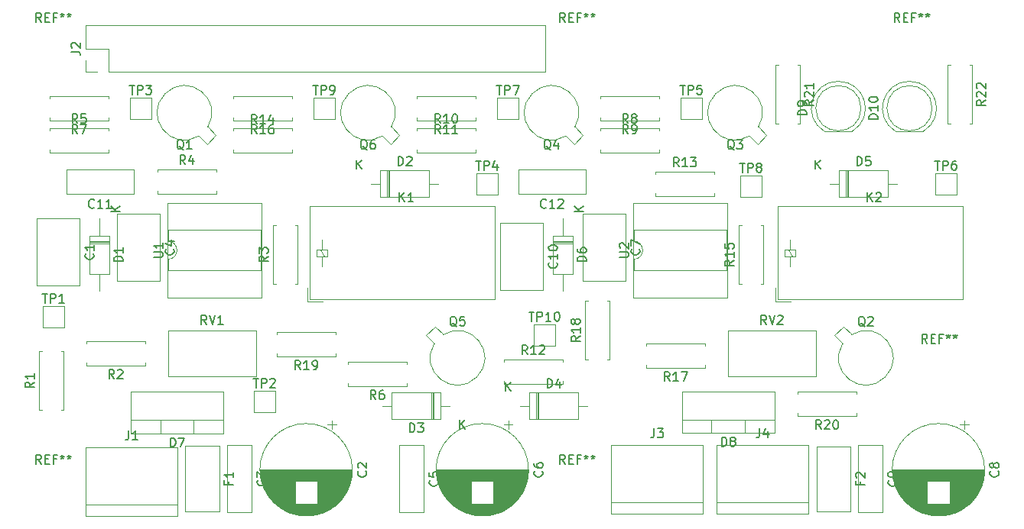
<source format=gbr>
%TF.GenerationSoftware,KiCad,Pcbnew,(5.1.8)-1*%
%TF.CreationDate,2020-12-03T12:02:38+01:00*%
%TF.ProjectId,repartiteur,72657061-7274-4697-9465-75722e6b6963,rev?*%
%TF.SameCoordinates,Original*%
%TF.FileFunction,Legend,Top*%
%TF.FilePolarity,Positive*%
%FSLAX46Y46*%
G04 Gerber Fmt 4.6, Leading zero omitted, Abs format (unit mm)*
G04 Created by KiCad (PCBNEW (5.1.8)-1) date 2020-12-03 12:02:38*
%MOMM*%
%LPD*%
G01*
G04 APERTURE LIST*
%ADD10C,0.120000*%
%ADD11C,0.150000*%
G04 APERTURE END LIST*
D10*
%TO.C,R17*%
X178530000Y-100862000D02*
X178530000Y-101192000D01*
X178530000Y-101192000D02*
X171990000Y-101192000D01*
X171990000Y-101192000D02*
X171990000Y-100862000D01*
X178530000Y-98782000D02*
X178530000Y-98452000D01*
X178530000Y-98452000D02*
X171990000Y-98452000D01*
X171990000Y-98452000D02*
X171990000Y-98782000D01*
%TO.C,Q1*%
X123476150Y-74480544D02*
G75*
G03*
X122486331Y-75470281I-2572150J1582544D01*
G01*
X122486331Y-75470281D02*
X123398499Y-76382448D01*
X123398499Y-76382448D02*
X124388448Y-75392499D01*
X124388448Y-75392499D02*
X123476281Y-74480331D01*
%TO.C,Q3*%
X184436150Y-74480544D02*
G75*
G03*
X183446331Y-75470281I-2572150J1582544D01*
G01*
X183446331Y-75470281D02*
X184358499Y-76382448D01*
X184358499Y-76382448D02*
X185348448Y-75392499D01*
X185348448Y-75392499D02*
X184436281Y-74480331D01*
%TO.C,Q4*%
X164116150Y-74480544D02*
G75*
G03*
X163126331Y-75470281I-2572150J1582544D01*
G01*
X163126331Y-75470281D02*
X164038499Y-76382448D01*
X164038499Y-76382448D02*
X165028448Y-75392499D01*
X165028448Y-75392499D02*
X164116281Y-74480331D01*
%TO.C,Q6*%
X143796150Y-74480544D02*
G75*
G03*
X142806331Y-75470281I-2572150J1582544D01*
G01*
X142806331Y-75470281D02*
X143718499Y-76382448D01*
X143718499Y-76382448D02*
X144708448Y-75392499D01*
X144708448Y-75392499D02*
X143796281Y-74480331D01*
%TO.C,R3*%
X131040000Y-91916000D02*
X130710000Y-91916000D01*
X130710000Y-91916000D02*
X130710000Y-85376000D01*
X130710000Y-85376000D02*
X131040000Y-85376000D01*
X133120000Y-91916000D02*
X133450000Y-91916000D01*
X133450000Y-91916000D02*
X133450000Y-85376000D01*
X133450000Y-85376000D02*
X133120000Y-85376000D01*
%TO.C,K2*%
X188060000Y-93802000D02*
X186340000Y-93802000D01*
X186340000Y-93802000D02*
X186340000Y-92302000D01*
X207110000Y-93552000D02*
X186590000Y-93552000D01*
X186590000Y-93552000D02*
X186590000Y-83232000D01*
X186590000Y-83232000D02*
X207110000Y-83232000D01*
X207110000Y-83232000D02*
X207110000Y-93552000D01*
X187960000Y-88802000D02*
X187960000Y-89902000D01*
X187960000Y-88102000D02*
X187960000Y-87002000D01*
X188160000Y-88802000D02*
X187760000Y-88102000D01*
X187360000Y-88802000D02*
X188560000Y-88802000D01*
X188560000Y-88802000D02*
X188560000Y-88102000D01*
X188560000Y-88102000D02*
X187360000Y-88102000D01*
X187360000Y-88102000D02*
X187360000Y-88802000D01*
%TO.C,TP1*%
X105226000Y-94304000D02*
X107626000Y-94304000D01*
X107626000Y-94304000D02*
X107626000Y-96704000D01*
X107626000Y-96704000D02*
X105226000Y-96704000D01*
X105226000Y-96704000D02*
X105226000Y-94304000D01*
%TO.C,TP8*%
X182442000Y-79826000D02*
X184842000Y-79826000D01*
X184842000Y-79826000D02*
X184842000Y-82226000D01*
X184842000Y-82226000D02*
X182442000Y-82226000D01*
X182442000Y-82226000D02*
X182442000Y-79826000D01*
%TO.C,R11*%
X153130000Y-73430000D02*
X153130000Y-73760000D01*
X153130000Y-73760000D02*
X146590000Y-73760000D01*
X146590000Y-73760000D02*
X146590000Y-73430000D01*
X153130000Y-71350000D02*
X153130000Y-71020000D01*
X153130000Y-71020000D02*
X146590000Y-71020000D01*
X146590000Y-71020000D02*
X146590000Y-71350000D01*
%TO.C,R8*%
X166910000Y-74906000D02*
X166910000Y-74576000D01*
X166910000Y-74576000D02*
X173450000Y-74576000D01*
X173450000Y-74576000D02*
X173450000Y-74906000D01*
X166910000Y-76986000D02*
X166910000Y-77316000D01*
X166910000Y-77316000D02*
X173450000Y-77316000D01*
X173450000Y-77316000D02*
X173450000Y-76986000D01*
%TO.C,R9*%
X173450000Y-73430000D02*
X173450000Y-73760000D01*
X173450000Y-73760000D02*
X166910000Y-73760000D01*
X166910000Y-73760000D02*
X166910000Y-73430000D01*
X173450000Y-71350000D02*
X173450000Y-71020000D01*
X173450000Y-71020000D02*
X166910000Y-71020000D01*
X166910000Y-71020000D02*
X166910000Y-71350000D01*
%TO.C,TP3*%
X114878000Y-71190000D02*
X117278000Y-71190000D01*
X117278000Y-71190000D02*
X117278000Y-73590000D01*
X117278000Y-73590000D02*
X114878000Y-73590000D01*
X114878000Y-73590000D02*
X114878000Y-71190000D01*
%TO.C,C1*%
X109304000Y-84632000D02*
X109304000Y-92072000D01*
X104564000Y-84632000D02*
X104564000Y-92072000D01*
X109304000Y-84632000D02*
X104564000Y-84632000D01*
X109304000Y-92072000D02*
X104564000Y-92072000D01*
%TO.C,C3*%
X128370000Y-109760000D02*
X128370000Y-117200000D01*
X125630000Y-109760000D02*
X125630000Y-117200000D01*
X128370000Y-109760000D02*
X125630000Y-109760000D01*
X128370000Y-117200000D02*
X125630000Y-117200000D01*
%TO.C,C4*%
X118194000Y-84124000D02*
X118194000Y-91564000D01*
X113454000Y-84124000D02*
X113454000Y-91564000D01*
X118194000Y-84124000D02*
X113454000Y-84124000D01*
X118194000Y-91564000D02*
X113454000Y-91564000D01*
%TO.C,C7*%
X169756000Y-84124000D02*
X169756000Y-91564000D01*
X165016000Y-84124000D02*
X165016000Y-91564000D01*
X169756000Y-84124000D02*
X165016000Y-84124000D01*
X169756000Y-91564000D02*
X165016000Y-91564000D01*
%TO.C,C9*%
X198220000Y-109778000D02*
X198220000Y-117218000D01*
X195480000Y-109778000D02*
X195480000Y-117218000D01*
X198220000Y-109778000D02*
X195480000Y-109778000D01*
X198220000Y-117218000D02*
X195480000Y-117218000D01*
%TO.C,C10*%
X160612000Y-85140000D02*
X160612000Y-92580000D01*
X155872000Y-85140000D02*
X155872000Y-92580000D01*
X160612000Y-85140000D02*
X155872000Y-85140000D01*
X160612000Y-92580000D02*
X155872000Y-92580000D01*
%TO.C,C11*%
X115266000Y-81888000D02*
X107826000Y-81888000D01*
X115266000Y-79148000D02*
X107826000Y-79148000D01*
X115266000Y-81888000D02*
X115266000Y-79148000D01*
X107826000Y-81888000D02*
X107826000Y-79148000D01*
%TO.C,C12*%
X165304000Y-81888000D02*
X157864000Y-81888000D01*
X165304000Y-79148000D02*
X157864000Y-79148000D01*
X165304000Y-81888000D02*
X165304000Y-79148000D01*
X157864000Y-81888000D02*
X157864000Y-79148000D01*
%TO.C,D1*%
X112626000Y-86526000D02*
X110386000Y-86526000D01*
X110386000Y-86526000D02*
X110386000Y-90766000D01*
X110386000Y-90766000D02*
X112626000Y-90766000D01*
X112626000Y-90766000D02*
X112626000Y-86526000D01*
X111506000Y-84606000D02*
X111506000Y-86526000D01*
X111506000Y-92686000D02*
X111506000Y-90766000D01*
X112626000Y-87246000D02*
X110386000Y-87246000D01*
X112626000Y-87366000D02*
X110386000Y-87366000D01*
X112626000Y-87126000D02*
X110386000Y-87126000D01*
%TO.C,D2*%
X142568000Y-79302000D02*
X142568000Y-82242000D01*
X142568000Y-82242000D02*
X148008000Y-82242000D01*
X148008000Y-82242000D02*
X148008000Y-79302000D01*
X148008000Y-79302000D02*
X142568000Y-79302000D01*
X141548000Y-80772000D02*
X142568000Y-80772000D01*
X149028000Y-80772000D02*
X148008000Y-80772000D01*
X143468000Y-79302000D02*
X143468000Y-82242000D01*
X143588000Y-79302000D02*
X143588000Y-82242000D01*
X143348000Y-79302000D02*
X143348000Y-82242000D01*
%TO.C,D3*%
X149278000Y-106880000D02*
X149278000Y-103940000D01*
X149278000Y-103940000D02*
X143838000Y-103940000D01*
X143838000Y-103940000D02*
X143838000Y-106880000D01*
X143838000Y-106880000D02*
X149278000Y-106880000D01*
X150298000Y-105410000D02*
X149278000Y-105410000D01*
X142818000Y-105410000D02*
X143838000Y-105410000D01*
X148378000Y-106880000D02*
X148378000Y-103940000D01*
X148258000Y-106880000D02*
X148258000Y-103940000D01*
X148498000Y-106880000D02*
X148498000Y-103940000D01*
%TO.C,D4*%
X159078000Y-103940000D02*
X159078000Y-106880000D01*
X159078000Y-106880000D02*
X164518000Y-106880000D01*
X164518000Y-106880000D02*
X164518000Y-103940000D01*
X164518000Y-103940000D02*
X159078000Y-103940000D01*
X158058000Y-105410000D02*
X159078000Y-105410000D01*
X165538000Y-105410000D02*
X164518000Y-105410000D01*
X159978000Y-103940000D02*
X159978000Y-106880000D01*
X160098000Y-103940000D02*
X160098000Y-106880000D01*
X159858000Y-103940000D02*
X159858000Y-106880000D01*
%TO.C,D5*%
X193368000Y-79302000D02*
X193368000Y-82242000D01*
X193368000Y-82242000D02*
X198808000Y-82242000D01*
X198808000Y-82242000D02*
X198808000Y-79302000D01*
X198808000Y-79302000D02*
X193368000Y-79302000D01*
X192348000Y-80772000D02*
X193368000Y-80772000D01*
X199828000Y-80772000D02*
X198808000Y-80772000D01*
X194268000Y-79302000D02*
X194268000Y-82242000D01*
X194388000Y-79302000D02*
X194388000Y-82242000D01*
X194148000Y-79302000D02*
X194148000Y-82242000D01*
%TO.C,D6*%
X163934000Y-86526000D02*
X161694000Y-86526000D01*
X161694000Y-86526000D02*
X161694000Y-90766000D01*
X161694000Y-90766000D02*
X163934000Y-90766000D01*
X163934000Y-90766000D02*
X163934000Y-86526000D01*
X162814000Y-84606000D02*
X162814000Y-86526000D01*
X162814000Y-92686000D02*
X162814000Y-90766000D01*
X163934000Y-87246000D02*
X161694000Y-87246000D01*
X163934000Y-87366000D02*
X161694000Y-87366000D01*
X163934000Y-87126000D02*
X161694000Y-87126000D01*
%TO.C,D7*%
X125200000Y-108500000D02*
X114960000Y-108500000D01*
X125200000Y-103859000D02*
X114960000Y-103859000D01*
X125200000Y-108500000D02*
X125200000Y-103859000D01*
X114960000Y-108500000D02*
X114960000Y-103859000D01*
X125200000Y-106990000D02*
X114960000Y-106990000D01*
X121930000Y-108500000D02*
X121930000Y-106990000D01*
X118229000Y-108500000D02*
X118229000Y-106990000D01*
%TO.C,D8*%
X186222000Y-108426000D02*
X175982000Y-108426000D01*
X186222000Y-103785000D02*
X175982000Y-103785000D01*
X186222000Y-108426000D02*
X186222000Y-103785000D01*
X175982000Y-108426000D02*
X175982000Y-103785000D01*
X186222000Y-106916000D02*
X175982000Y-106916000D01*
X182952000Y-108426000D02*
X182952000Y-106916000D01*
X179251000Y-108426000D02*
X179251000Y-106916000D01*
%TO.C,F1*%
X124740000Y-109860000D02*
X124740000Y-117100000D01*
X121000000Y-109860000D02*
X121000000Y-117100000D01*
X124740000Y-109860000D02*
X121000000Y-109860000D01*
X124740000Y-117100000D02*
X121000000Y-117100000D01*
%TO.C,F2*%
X194656000Y-109878000D02*
X194656000Y-117118000D01*
X190916000Y-109878000D02*
X190916000Y-117118000D01*
X194656000Y-109878000D02*
X190916000Y-109878000D01*
X194656000Y-117118000D02*
X190916000Y-117118000D01*
%TO.C,J1*%
X120142000Y-116332000D02*
X109982000Y-116332000D01*
X120142000Y-117602000D02*
X120142000Y-109982000D01*
X120142000Y-109982000D02*
X109982000Y-109982000D01*
X109982000Y-109982000D02*
X109982000Y-117602000D01*
X109982000Y-117602000D02*
X120142000Y-117602000D01*
%TO.C,J2*%
X160842000Y-68386000D02*
X160842000Y-63186000D01*
X112522000Y-68386000D02*
X160842000Y-68386000D01*
X109922000Y-63186000D02*
X160842000Y-63186000D01*
X112522000Y-68386000D02*
X112522000Y-65786000D01*
X112522000Y-65786000D02*
X109922000Y-65786000D01*
X109922000Y-65786000D02*
X109922000Y-63186000D01*
X111252000Y-68386000D02*
X109922000Y-68386000D01*
X109922000Y-68386000D02*
X109922000Y-67056000D01*
%TO.C,J3*%
X178308000Y-116078000D02*
X168148000Y-116078000D01*
X178308000Y-117348000D02*
X178308000Y-109728000D01*
X178308000Y-109728000D02*
X168148000Y-109728000D01*
X168148000Y-109728000D02*
X168148000Y-117348000D01*
X168148000Y-117348000D02*
X178308000Y-117348000D01*
%TO.C,J4*%
X189992000Y-116078000D02*
X179832000Y-116078000D01*
X189992000Y-117348000D02*
X189992000Y-109728000D01*
X189992000Y-109728000D02*
X179832000Y-109728000D01*
X179832000Y-109728000D02*
X179832000Y-117348000D01*
X179832000Y-117348000D02*
X189992000Y-117348000D01*
%TO.C,K1*%
X136244000Y-93802000D02*
X134524000Y-93802000D01*
X134524000Y-93802000D02*
X134524000Y-92302000D01*
X155294000Y-93552000D02*
X134774000Y-93552000D01*
X134774000Y-93552000D02*
X134774000Y-83232000D01*
X134774000Y-83232000D02*
X155294000Y-83232000D01*
X155294000Y-83232000D02*
X155294000Y-93552000D01*
X136144000Y-88802000D02*
X136144000Y-89902000D01*
X136144000Y-88102000D02*
X136144000Y-87002000D01*
X136344000Y-88802000D02*
X135944000Y-88102000D01*
X135544000Y-88802000D02*
X136744000Y-88802000D01*
X136744000Y-88802000D02*
X136744000Y-88102000D01*
X136744000Y-88102000D02*
X135544000Y-88102000D01*
X135544000Y-88102000D02*
X135544000Y-88802000D01*
%TO.C,Q2*%
X194759669Y-97503719D02*
X193847501Y-96591552D01*
X193847501Y-96591552D02*
X192857552Y-97581501D01*
X192857552Y-97581501D02*
X193769719Y-98493669D01*
X193769850Y-98493456D02*
G75*
G03*
X194759669Y-97503719I2572150J-1582544D01*
G01*
%TO.C,Q5*%
X149547669Y-97503719D02*
X148635501Y-96591552D01*
X148635501Y-96591552D02*
X147645552Y-97581501D01*
X147645552Y-97581501D02*
X148557719Y-98493669D01*
X148557850Y-98493456D02*
G75*
G03*
X149547669Y-97503719I2572150J-1582544D01*
G01*
%TO.C,R1*%
X105132000Y-105886000D02*
X104802000Y-105886000D01*
X104802000Y-105886000D02*
X104802000Y-99346000D01*
X104802000Y-99346000D02*
X105132000Y-99346000D01*
X107212000Y-105886000D02*
X107542000Y-105886000D01*
X107542000Y-105886000D02*
X107542000Y-99346000D01*
X107542000Y-99346000D02*
X107212000Y-99346000D01*
%TO.C,R2*%
X116554000Y-100608000D02*
X116554000Y-100938000D01*
X116554000Y-100938000D02*
X110014000Y-100938000D01*
X110014000Y-100938000D02*
X110014000Y-100608000D01*
X116554000Y-98528000D02*
X116554000Y-98198000D01*
X116554000Y-98198000D02*
X110014000Y-98198000D01*
X110014000Y-98198000D02*
X110014000Y-98528000D01*
%TO.C,R4*%
X117888000Y-79478000D02*
X117888000Y-79148000D01*
X117888000Y-79148000D02*
X124428000Y-79148000D01*
X124428000Y-79148000D02*
X124428000Y-79478000D01*
X117888000Y-81558000D02*
X117888000Y-81888000D01*
X117888000Y-81888000D02*
X124428000Y-81888000D01*
X124428000Y-81888000D02*
X124428000Y-81558000D01*
%TO.C,R5*%
X105950000Y-74906000D02*
X105950000Y-74576000D01*
X105950000Y-74576000D02*
X112490000Y-74576000D01*
X112490000Y-74576000D02*
X112490000Y-74906000D01*
X105950000Y-76986000D02*
X105950000Y-77316000D01*
X105950000Y-77316000D02*
X112490000Y-77316000D01*
X112490000Y-77316000D02*
X112490000Y-76986000D01*
%TO.C,R6*%
X145510000Y-102894000D02*
X145510000Y-103224000D01*
X145510000Y-103224000D02*
X138970000Y-103224000D01*
X138970000Y-103224000D02*
X138970000Y-102894000D01*
X145510000Y-100814000D02*
X145510000Y-100484000D01*
X145510000Y-100484000D02*
X138970000Y-100484000D01*
X138970000Y-100484000D02*
X138970000Y-100814000D01*
%TO.C,R7*%
X112490000Y-73430000D02*
X112490000Y-73760000D01*
X112490000Y-73760000D02*
X105950000Y-73760000D01*
X105950000Y-73760000D02*
X105950000Y-73430000D01*
X112490000Y-71350000D02*
X112490000Y-71020000D01*
X112490000Y-71020000D02*
X105950000Y-71020000D01*
X105950000Y-71020000D02*
X105950000Y-71350000D01*
%TO.C,R10*%
X146590000Y-74906000D02*
X146590000Y-74576000D01*
X146590000Y-74576000D02*
X153130000Y-74576000D01*
X153130000Y-74576000D02*
X153130000Y-74906000D01*
X146590000Y-76986000D02*
X146590000Y-77316000D01*
X146590000Y-77316000D02*
X153130000Y-77316000D01*
X153130000Y-77316000D02*
X153130000Y-76986000D01*
%TO.C,R12*%
X156242000Y-100560000D02*
X156242000Y-100230000D01*
X156242000Y-100230000D02*
X162782000Y-100230000D01*
X162782000Y-100230000D02*
X162782000Y-100560000D01*
X156242000Y-102640000D02*
X156242000Y-102970000D01*
X156242000Y-102970000D02*
X162782000Y-102970000D01*
X162782000Y-102970000D02*
X162782000Y-102640000D01*
%TO.C,R13*%
X173006000Y-79732000D02*
X173006000Y-79402000D01*
X173006000Y-79402000D02*
X179546000Y-79402000D01*
X179546000Y-79402000D02*
X179546000Y-79732000D01*
X173006000Y-81812000D02*
X173006000Y-82142000D01*
X173006000Y-82142000D02*
X179546000Y-82142000D01*
X179546000Y-82142000D02*
X179546000Y-81812000D01*
%TO.C,R14*%
X126270000Y-74906000D02*
X126270000Y-74576000D01*
X126270000Y-74576000D02*
X132810000Y-74576000D01*
X132810000Y-74576000D02*
X132810000Y-74906000D01*
X126270000Y-76986000D02*
X126270000Y-77316000D01*
X126270000Y-77316000D02*
X132810000Y-77316000D01*
X132810000Y-77316000D02*
X132810000Y-76986000D01*
%TO.C,R15*%
X182602000Y-91916000D02*
X182272000Y-91916000D01*
X182272000Y-91916000D02*
X182272000Y-85376000D01*
X182272000Y-85376000D02*
X182602000Y-85376000D01*
X184682000Y-91916000D02*
X185012000Y-91916000D01*
X185012000Y-91916000D02*
X185012000Y-85376000D01*
X185012000Y-85376000D02*
X184682000Y-85376000D01*
%TO.C,R16*%
X132810000Y-73430000D02*
X132810000Y-73760000D01*
X132810000Y-73760000D02*
X126270000Y-73760000D01*
X126270000Y-73760000D02*
X126270000Y-73430000D01*
X132810000Y-71350000D02*
X132810000Y-71020000D01*
X132810000Y-71020000D02*
X126270000Y-71020000D01*
X126270000Y-71020000D02*
X126270000Y-71350000D01*
%TO.C,R18*%
X165584000Y-100298000D02*
X165254000Y-100298000D01*
X165254000Y-100298000D02*
X165254000Y-93758000D01*
X165254000Y-93758000D02*
X165584000Y-93758000D01*
X167664000Y-100298000D02*
X167994000Y-100298000D01*
X167994000Y-100298000D02*
X167994000Y-93758000D01*
X167994000Y-93758000D02*
X167664000Y-93758000D01*
%TO.C,R19*%
X137636000Y-99592000D02*
X137636000Y-99922000D01*
X137636000Y-99922000D02*
X131096000Y-99922000D01*
X131096000Y-99922000D02*
X131096000Y-99592000D01*
X137636000Y-97512000D02*
X137636000Y-97182000D01*
X137636000Y-97182000D02*
X131096000Y-97182000D01*
X131096000Y-97182000D02*
X131096000Y-97512000D01*
%TO.C,R20*%
X195294000Y-106196000D02*
X195294000Y-106526000D01*
X195294000Y-106526000D02*
X188754000Y-106526000D01*
X188754000Y-106526000D02*
X188754000Y-106196000D01*
X195294000Y-104116000D02*
X195294000Y-103786000D01*
X195294000Y-103786000D02*
X188754000Y-103786000D01*
X188754000Y-103786000D02*
X188754000Y-104116000D01*
%TO.C,RV1*%
X119067000Y-97038000D02*
X128837000Y-97038000D01*
X119067000Y-102108000D02*
X128837000Y-102108000D01*
X119067000Y-97038000D02*
X119067000Y-102108000D01*
X128837000Y-97038000D02*
X128837000Y-102108000D01*
%TO.C,RV2*%
X181043000Y-97038000D02*
X190813000Y-97038000D01*
X181043000Y-102108000D02*
X190813000Y-102108000D01*
X181043000Y-97038000D02*
X181043000Y-102108000D01*
X190813000Y-97038000D02*
X190813000Y-102108000D01*
%TO.C,TP2*%
X128594000Y-103702000D02*
X130994000Y-103702000D01*
X130994000Y-103702000D02*
X130994000Y-106102000D01*
X130994000Y-106102000D02*
X128594000Y-106102000D01*
X128594000Y-106102000D02*
X128594000Y-103702000D01*
%TO.C,TP4*%
X153232000Y-79572000D02*
X155632000Y-79572000D01*
X155632000Y-79572000D02*
X155632000Y-81972000D01*
X155632000Y-81972000D02*
X153232000Y-81972000D01*
X153232000Y-81972000D02*
X153232000Y-79572000D01*
%TO.C,TP5*%
X175838000Y-71190000D02*
X178238000Y-71190000D01*
X178238000Y-71190000D02*
X178238000Y-73590000D01*
X178238000Y-73590000D02*
X175838000Y-73590000D01*
X175838000Y-73590000D02*
X175838000Y-71190000D01*
%TO.C,TP6*%
X204032000Y-79572000D02*
X206432000Y-79572000D01*
X206432000Y-79572000D02*
X206432000Y-81972000D01*
X206432000Y-81972000D02*
X204032000Y-81972000D01*
X204032000Y-81972000D02*
X204032000Y-79572000D01*
%TO.C,TP7*%
X155518000Y-71190000D02*
X157918000Y-71190000D01*
X157918000Y-71190000D02*
X157918000Y-73590000D01*
X157918000Y-73590000D02*
X155518000Y-73590000D01*
X155518000Y-73590000D02*
X155518000Y-71190000D01*
%TO.C,TP9*%
X135198000Y-71190000D02*
X137598000Y-71190000D01*
X137598000Y-71190000D02*
X137598000Y-73590000D01*
X137598000Y-73590000D02*
X135198000Y-73590000D01*
X135198000Y-73590000D02*
X135198000Y-71190000D01*
%TO.C,TP10*%
X159582000Y-96336000D02*
X161982000Y-96336000D01*
X161982000Y-96336000D02*
X161982000Y-98736000D01*
X161982000Y-98736000D02*
X159582000Y-98736000D01*
X159582000Y-98736000D02*
X159582000Y-96336000D01*
%TO.C,U1*%
X119066000Y-89138000D02*
X119066000Y-90388000D01*
X119066000Y-90388000D02*
X129346000Y-90388000D01*
X129346000Y-90388000D02*
X129346000Y-85888000D01*
X129346000Y-85888000D02*
X119066000Y-85888000D01*
X119066000Y-85888000D02*
X119066000Y-87138000D01*
X119006000Y-93388000D02*
X129406000Y-93388000D01*
X129406000Y-93388000D02*
X129406000Y-82888000D01*
X129406000Y-82888000D02*
X119006000Y-82888000D01*
X119006000Y-82888000D02*
X119006000Y-93388000D01*
X119066000Y-87138000D02*
G75*
G02*
X119066000Y-89138000I0J-1000000D01*
G01*
%TO.C,U2*%
X170628000Y-89138000D02*
X170628000Y-90388000D01*
X170628000Y-90388000D02*
X180908000Y-90388000D01*
X180908000Y-90388000D02*
X180908000Y-85888000D01*
X180908000Y-85888000D02*
X170628000Y-85888000D01*
X170628000Y-85888000D02*
X170628000Y-87138000D01*
X170568000Y-93388000D02*
X180968000Y-93388000D01*
X180968000Y-93388000D02*
X180968000Y-82888000D01*
X180968000Y-82888000D02*
X170568000Y-82888000D01*
X170568000Y-82888000D02*
X170568000Y-93388000D01*
X170628000Y-87138000D02*
G75*
G02*
X170628000Y-89138000I0J-1000000D01*
G01*
%TO.C,C5*%
X147420000Y-109778000D02*
X147420000Y-117218000D01*
X144680000Y-109778000D02*
X144680000Y-117218000D01*
X147420000Y-109778000D02*
X144680000Y-109778000D01*
X147420000Y-117218000D02*
X144680000Y-117218000D01*
%TO.C,C2*%
X139490000Y-112480000D02*
G75*
G03*
X139490000Y-112480000I-5120000J0D01*
G01*
X139450000Y-112480000D02*
X129290000Y-112480000D01*
X139450000Y-112520000D02*
X129290000Y-112520000D01*
X139450000Y-112560000D02*
X129290000Y-112560000D01*
X139449000Y-112600000D02*
X129291000Y-112600000D01*
X139448000Y-112640000D02*
X129292000Y-112640000D01*
X139447000Y-112680000D02*
X129293000Y-112680000D01*
X139445000Y-112720000D02*
X129295000Y-112720000D01*
X139443000Y-112760000D02*
X129297000Y-112760000D01*
X139440000Y-112800000D02*
X129300000Y-112800000D01*
X139438000Y-112840000D02*
X129302000Y-112840000D01*
X139435000Y-112880000D02*
X129305000Y-112880000D01*
X139432000Y-112920000D02*
X129308000Y-112920000D01*
X139428000Y-112960000D02*
X129312000Y-112960000D01*
X139424000Y-113000000D02*
X129316000Y-113000000D01*
X139420000Y-113040000D02*
X129320000Y-113040000D01*
X139415000Y-113080000D02*
X129325000Y-113080000D01*
X139410000Y-113120000D02*
X129330000Y-113120000D01*
X139405000Y-113160000D02*
X129335000Y-113160000D01*
X139400000Y-113201000D02*
X129340000Y-113201000D01*
X139394000Y-113241000D02*
X129346000Y-113241000D01*
X139388000Y-113281000D02*
X129352000Y-113281000D01*
X139381000Y-113321000D02*
X129359000Y-113321000D01*
X139374000Y-113361000D02*
X129366000Y-113361000D01*
X139367000Y-113401000D02*
X129373000Y-113401000D01*
X139360000Y-113441000D02*
X129380000Y-113441000D01*
X139352000Y-113481000D02*
X129388000Y-113481000D01*
X139344000Y-113521000D02*
X129396000Y-113521000D01*
X139335000Y-113561000D02*
X129405000Y-113561000D01*
X139326000Y-113601000D02*
X129414000Y-113601000D01*
X139317000Y-113641000D02*
X129423000Y-113641000D01*
X139308000Y-113681000D02*
X129432000Y-113681000D01*
X139298000Y-113721000D02*
X129442000Y-113721000D01*
X139288000Y-113761000D02*
X135611000Y-113761000D01*
X133129000Y-113761000D02*
X129452000Y-113761000D01*
X139277000Y-113801000D02*
X135611000Y-113801000D01*
X133129000Y-113801000D02*
X129463000Y-113801000D01*
X139267000Y-113841000D02*
X135611000Y-113841000D01*
X133129000Y-113841000D02*
X129473000Y-113841000D01*
X139255000Y-113881000D02*
X135611000Y-113881000D01*
X133129000Y-113881000D02*
X129485000Y-113881000D01*
X139244000Y-113921000D02*
X135611000Y-113921000D01*
X133129000Y-113921000D02*
X129496000Y-113921000D01*
X139232000Y-113961000D02*
X135611000Y-113961000D01*
X133129000Y-113961000D02*
X129508000Y-113961000D01*
X139220000Y-114001000D02*
X135611000Y-114001000D01*
X133129000Y-114001000D02*
X129520000Y-114001000D01*
X139207000Y-114041000D02*
X135611000Y-114041000D01*
X133129000Y-114041000D02*
X129533000Y-114041000D01*
X139194000Y-114081000D02*
X135611000Y-114081000D01*
X133129000Y-114081000D02*
X129546000Y-114081000D01*
X139181000Y-114121000D02*
X135611000Y-114121000D01*
X133129000Y-114121000D02*
X129559000Y-114121000D01*
X139167000Y-114161000D02*
X135611000Y-114161000D01*
X133129000Y-114161000D02*
X129573000Y-114161000D01*
X139153000Y-114201000D02*
X135611000Y-114201000D01*
X133129000Y-114201000D02*
X129587000Y-114201000D01*
X139138000Y-114241000D02*
X135611000Y-114241000D01*
X133129000Y-114241000D02*
X129602000Y-114241000D01*
X139124000Y-114281000D02*
X135611000Y-114281000D01*
X133129000Y-114281000D02*
X129616000Y-114281000D01*
X139108000Y-114321000D02*
X135611000Y-114321000D01*
X133129000Y-114321000D02*
X129632000Y-114321000D01*
X139093000Y-114361000D02*
X135611000Y-114361000D01*
X133129000Y-114361000D02*
X129647000Y-114361000D01*
X139077000Y-114401000D02*
X135611000Y-114401000D01*
X133129000Y-114401000D02*
X129663000Y-114401000D01*
X139060000Y-114441000D02*
X135611000Y-114441000D01*
X133129000Y-114441000D02*
X129680000Y-114441000D01*
X139044000Y-114481000D02*
X135611000Y-114481000D01*
X133129000Y-114481000D02*
X129696000Y-114481000D01*
X139027000Y-114521000D02*
X135611000Y-114521000D01*
X133129000Y-114521000D02*
X129713000Y-114521000D01*
X139009000Y-114561000D02*
X135611000Y-114561000D01*
X133129000Y-114561000D02*
X129731000Y-114561000D01*
X138991000Y-114601000D02*
X135611000Y-114601000D01*
X133129000Y-114601000D02*
X129749000Y-114601000D01*
X138973000Y-114641000D02*
X135611000Y-114641000D01*
X133129000Y-114641000D02*
X129767000Y-114641000D01*
X138954000Y-114681000D02*
X135611000Y-114681000D01*
X133129000Y-114681000D02*
X129786000Y-114681000D01*
X138934000Y-114721000D02*
X135611000Y-114721000D01*
X133129000Y-114721000D02*
X129806000Y-114721000D01*
X138915000Y-114761000D02*
X135611000Y-114761000D01*
X133129000Y-114761000D02*
X129825000Y-114761000D01*
X138895000Y-114801000D02*
X135611000Y-114801000D01*
X133129000Y-114801000D02*
X129845000Y-114801000D01*
X138874000Y-114841000D02*
X135611000Y-114841000D01*
X133129000Y-114841000D02*
X129866000Y-114841000D01*
X138853000Y-114881000D02*
X135611000Y-114881000D01*
X133129000Y-114881000D02*
X129887000Y-114881000D01*
X138832000Y-114921000D02*
X135611000Y-114921000D01*
X133129000Y-114921000D02*
X129908000Y-114921000D01*
X138810000Y-114961000D02*
X135611000Y-114961000D01*
X133129000Y-114961000D02*
X129930000Y-114961000D01*
X138787000Y-115001000D02*
X135611000Y-115001000D01*
X133129000Y-115001000D02*
X129953000Y-115001000D01*
X138765000Y-115041000D02*
X135611000Y-115041000D01*
X133129000Y-115041000D02*
X129975000Y-115041000D01*
X138741000Y-115081000D02*
X135611000Y-115081000D01*
X133129000Y-115081000D02*
X129999000Y-115081000D01*
X138717000Y-115121000D02*
X135611000Y-115121000D01*
X133129000Y-115121000D02*
X130023000Y-115121000D01*
X138693000Y-115161000D02*
X135611000Y-115161000D01*
X133129000Y-115161000D02*
X130047000Y-115161000D01*
X138668000Y-115201000D02*
X135611000Y-115201000D01*
X133129000Y-115201000D02*
X130072000Y-115201000D01*
X138643000Y-115241000D02*
X135611000Y-115241000D01*
X133129000Y-115241000D02*
X130097000Y-115241000D01*
X138617000Y-115281000D02*
X135611000Y-115281000D01*
X133129000Y-115281000D02*
X130123000Y-115281000D01*
X138591000Y-115321000D02*
X135611000Y-115321000D01*
X133129000Y-115321000D02*
X130149000Y-115321000D01*
X138564000Y-115361000D02*
X135611000Y-115361000D01*
X133129000Y-115361000D02*
X130176000Y-115361000D01*
X138536000Y-115401000D02*
X135611000Y-115401000D01*
X133129000Y-115401000D02*
X130204000Y-115401000D01*
X138508000Y-115441000D02*
X135611000Y-115441000D01*
X133129000Y-115441000D02*
X130232000Y-115441000D01*
X138480000Y-115481000D02*
X135611000Y-115481000D01*
X133129000Y-115481000D02*
X130260000Y-115481000D01*
X138450000Y-115521000D02*
X135611000Y-115521000D01*
X133129000Y-115521000D02*
X130290000Y-115521000D01*
X138420000Y-115561000D02*
X135611000Y-115561000D01*
X133129000Y-115561000D02*
X130320000Y-115561000D01*
X138390000Y-115601000D02*
X135611000Y-115601000D01*
X133129000Y-115601000D02*
X130350000Y-115601000D01*
X138359000Y-115641000D02*
X135611000Y-115641000D01*
X133129000Y-115641000D02*
X130381000Y-115641000D01*
X138327000Y-115681000D02*
X135611000Y-115681000D01*
X133129000Y-115681000D02*
X130413000Y-115681000D01*
X138295000Y-115721000D02*
X135611000Y-115721000D01*
X133129000Y-115721000D02*
X130445000Y-115721000D01*
X138262000Y-115761000D02*
X135611000Y-115761000D01*
X133129000Y-115761000D02*
X130478000Y-115761000D01*
X138228000Y-115801000D02*
X135611000Y-115801000D01*
X133129000Y-115801000D02*
X130512000Y-115801000D01*
X138194000Y-115841000D02*
X135611000Y-115841000D01*
X133129000Y-115841000D02*
X130546000Y-115841000D01*
X138159000Y-115881000D02*
X135611000Y-115881000D01*
X133129000Y-115881000D02*
X130581000Y-115881000D01*
X138123000Y-115921000D02*
X135611000Y-115921000D01*
X133129000Y-115921000D02*
X130617000Y-115921000D01*
X138086000Y-115961000D02*
X135611000Y-115961000D01*
X133129000Y-115961000D02*
X130654000Y-115961000D01*
X138049000Y-116001000D02*
X135611000Y-116001000D01*
X133129000Y-116001000D02*
X130691000Y-116001000D01*
X138010000Y-116041000D02*
X135611000Y-116041000D01*
X133129000Y-116041000D02*
X130730000Y-116041000D01*
X137971000Y-116081000D02*
X135611000Y-116081000D01*
X133129000Y-116081000D02*
X130769000Y-116081000D01*
X137931000Y-116121000D02*
X135611000Y-116121000D01*
X133129000Y-116121000D02*
X130809000Y-116121000D01*
X137890000Y-116161000D02*
X135611000Y-116161000D01*
X133129000Y-116161000D02*
X130850000Y-116161000D01*
X137848000Y-116201000D02*
X135611000Y-116201000D01*
X133129000Y-116201000D02*
X130892000Y-116201000D01*
X137806000Y-116241000D02*
X130934000Y-116241000D01*
X137762000Y-116281000D02*
X130978000Y-116281000D01*
X137717000Y-116321000D02*
X131023000Y-116321000D01*
X137671000Y-116361000D02*
X131069000Y-116361000D01*
X137624000Y-116401000D02*
X131116000Y-116401000D01*
X137576000Y-116441000D02*
X131164000Y-116441000D01*
X137526000Y-116481000D02*
X131214000Y-116481000D01*
X137476000Y-116521000D02*
X131264000Y-116521000D01*
X137424000Y-116561000D02*
X131316000Y-116561000D01*
X137370000Y-116601000D02*
X131370000Y-116601000D01*
X137315000Y-116641000D02*
X131425000Y-116641000D01*
X137259000Y-116681000D02*
X131481000Y-116681000D01*
X137200000Y-116721000D02*
X131540000Y-116721000D01*
X137140000Y-116761000D02*
X131600000Y-116761000D01*
X137079000Y-116801000D02*
X131661000Y-116801000D01*
X137015000Y-116841000D02*
X131725000Y-116841000D01*
X136949000Y-116881000D02*
X131791000Y-116881000D01*
X136880000Y-116921000D02*
X131860000Y-116921000D01*
X136809000Y-116961000D02*
X131931000Y-116961000D01*
X136735000Y-117001000D02*
X132005000Y-117001000D01*
X136659000Y-117041000D02*
X132081000Y-117041000D01*
X136579000Y-117081000D02*
X132161000Y-117081000D01*
X136495000Y-117121000D02*
X132245000Y-117121000D01*
X136407000Y-117161000D02*
X132333000Y-117161000D01*
X136314000Y-117201000D02*
X132426000Y-117201000D01*
X136216000Y-117241000D02*
X132524000Y-117241000D01*
X136112000Y-117281000D02*
X132628000Y-117281000D01*
X136000000Y-117321000D02*
X132740000Y-117321000D01*
X135880000Y-117361000D02*
X132860000Y-117361000D01*
X135748000Y-117401000D02*
X132992000Y-117401000D01*
X135600000Y-117441000D02*
X133140000Y-117441000D01*
X135432000Y-117481000D02*
X133308000Y-117481000D01*
X135232000Y-117521000D02*
X133508000Y-117521000D01*
X134969000Y-117561000D02*
X133771000Y-117561000D01*
X137245000Y-107000354D02*
X137245000Y-108000354D01*
X137745000Y-107500354D02*
X136745000Y-107500354D01*
%TO.C,C6*%
X158990000Y-112480000D02*
G75*
G03*
X158990000Y-112480000I-5120000J0D01*
G01*
X158950000Y-112480000D02*
X148790000Y-112480000D01*
X158950000Y-112520000D02*
X148790000Y-112520000D01*
X158950000Y-112560000D02*
X148790000Y-112560000D01*
X158949000Y-112600000D02*
X148791000Y-112600000D01*
X158948000Y-112640000D02*
X148792000Y-112640000D01*
X158947000Y-112680000D02*
X148793000Y-112680000D01*
X158945000Y-112720000D02*
X148795000Y-112720000D01*
X158943000Y-112760000D02*
X148797000Y-112760000D01*
X158940000Y-112800000D02*
X148800000Y-112800000D01*
X158938000Y-112840000D02*
X148802000Y-112840000D01*
X158935000Y-112880000D02*
X148805000Y-112880000D01*
X158932000Y-112920000D02*
X148808000Y-112920000D01*
X158928000Y-112960000D02*
X148812000Y-112960000D01*
X158924000Y-113000000D02*
X148816000Y-113000000D01*
X158920000Y-113040000D02*
X148820000Y-113040000D01*
X158915000Y-113080000D02*
X148825000Y-113080000D01*
X158910000Y-113120000D02*
X148830000Y-113120000D01*
X158905000Y-113160000D02*
X148835000Y-113160000D01*
X158900000Y-113201000D02*
X148840000Y-113201000D01*
X158894000Y-113241000D02*
X148846000Y-113241000D01*
X158888000Y-113281000D02*
X148852000Y-113281000D01*
X158881000Y-113321000D02*
X148859000Y-113321000D01*
X158874000Y-113361000D02*
X148866000Y-113361000D01*
X158867000Y-113401000D02*
X148873000Y-113401000D01*
X158860000Y-113441000D02*
X148880000Y-113441000D01*
X158852000Y-113481000D02*
X148888000Y-113481000D01*
X158844000Y-113521000D02*
X148896000Y-113521000D01*
X158835000Y-113561000D02*
X148905000Y-113561000D01*
X158826000Y-113601000D02*
X148914000Y-113601000D01*
X158817000Y-113641000D02*
X148923000Y-113641000D01*
X158808000Y-113681000D02*
X148932000Y-113681000D01*
X158798000Y-113721000D02*
X148942000Y-113721000D01*
X158788000Y-113761000D02*
X155111000Y-113761000D01*
X152629000Y-113761000D02*
X148952000Y-113761000D01*
X158777000Y-113801000D02*
X155111000Y-113801000D01*
X152629000Y-113801000D02*
X148963000Y-113801000D01*
X158767000Y-113841000D02*
X155111000Y-113841000D01*
X152629000Y-113841000D02*
X148973000Y-113841000D01*
X158755000Y-113881000D02*
X155111000Y-113881000D01*
X152629000Y-113881000D02*
X148985000Y-113881000D01*
X158744000Y-113921000D02*
X155111000Y-113921000D01*
X152629000Y-113921000D02*
X148996000Y-113921000D01*
X158732000Y-113961000D02*
X155111000Y-113961000D01*
X152629000Y-113961000D02*
X149008000Y-113961000D01*
X158720000Y-114001000D02*
X155111000Y-114001000D01*
X152629000Y-114001000D02*
X149020000Y-114001000D01*
X158707000Y-114041000D02*
X155111000Y-114041000D01*
X152629000Y-114041000D02*
X149033000Y-114041000D01*
X158694000Y-114081000D02*
X155111000Y-114081000D01*
X152629000Y-114081000D02*
X149046000Y-114081000D01*
X158681000Y-114121000D02*
X155111000Y-114121000D01*
X152629000Y-114121000D02*
X149059000Y-114121000D01*
X158667000Y-114161000D02*
X155111000Y-114161000D01*
X152629000Y-114161000D02*
X149073000Y-114161000D01*
X158653000Y-114201000D02*
X155111000Y-114201000D01*
X152629000Y-114201000D02*
X149087000Y-114201000D01*
X158638000Y-114241000D02*
X155111000Y-114241000D01*
X152629000Y-114241000D02*
X149102000Y-114241000D01*
X158624000Y-114281000D02*
X155111000Y-114281000D01*
X152629000Y-114281000D02*
X149116000Y-114281000D01*
X158608000Y-114321000D02*
X155111000Y-114321000D01*
X152629000Y-114321000D02*
X149132000Y-114321000D01*
X158593000Y-114361000D02*
X155111000Y-114361000D01*
X152629000Y-114361000D02*
X149147000Y-114361000D01*
X158577000Y-114401000D02*
X155111000Y-114401000D01*
X152629000Y-114401000D02*
X149163000Y-114401000D01*
X158560000Y-114441000D02*
X155111000Y-114441000D01*
X152629000Y-114441000D02*
X149180000Y-114441000D01*
X158544000Y-114481000D02*
X155111000Y-114481000D01*
X152629000Y-114481000D02*
X149196000Y-114481000D01*
X158527000Y-114521000D02*
X155111000Y-114521000D01*
X152629000Y-114521000D02*
X149213000Y-114521000D01*
X158509000Y-114561000D02*
X155111000Y-114561000D01*
X152629000Y-114561000D02*
X149231000Y-114561000D01*
X158491000Y-114601000D02*
X155111000Y-114601000D01*
X152629000Y-114601000D02*
X149249000Y-114601000D01*
X158473000Y-114641000D02*
X155111000Y-114641000D01*
X152629000Y-114641000D02*
X149267000Y-114641000D01*
X158454000Y-114681000D02*
X155111000Y-114681000D01*
X152629000Y-114681000D02*
X149286000Y-114681000D01*
X158434000Y-114721000D02*
X155111000Y-114721000D01*
X152629000Y-114721000D02*
X149306000Y-114721000D01*
X158415000Y-114761000D02*
X155111000Y-114761000D01*
X152629000Y-114761000D02*
X149325000Y-114761000D01*
X158395000Y-114801000D02*
X155111000Y-114801000D01*
X152629000Y-114801000D02*
X149345000Y-114801000D01*
X158374000Y-114841000D02*
X155111000Y-114841000D01*
X152629000Y-114841000D02*
X149366000Y-114841000D01*
X158353000Y-114881000D02*
X155111000Y-114881000D01*
X152629000Y-114881000D02*
X149387000Y-114881000D01*
X158332000Y-114921000D02*
X155111000Y-114921000D01*
X152629000Y-114921000D02*
X149408000Y-114921000D01*
X158310000Y-114961000D02*
X155111000Y-114961000D01*
X152629000Y-114961000D02*
X149430000Y-114961000D01*
X158287000Y-115001000D02*
X155111000Y-115001000D01*
X152629000Y-115001000D02*
X149453000Y-115001000D01*
X158265000Y-115041000D02*
X155111000Y-115041000D01*
X152629000Y-115041000D02*
X149475000Y-115041000D01*
X158241000Y-115081000D02*
X155111000Y-115081000D01*
X152629000Y-115081000D02*
X149499000Y-115081000D01*
X158217000Y-115121000D02*
X155111000Y-115121000D01*
X152629000Y-115121000D02*
X149523000Y-115121000D01*
X158193000Y-115161000D02*
X155111000Y-115161000D01*
X152629000Y-115161000D02*
X149547000Y-115161000D01*
X158168000Y-115201000D02*
X155111000Y-115201000D01*
X152629000Y-115201000D02*
X149572000Y-115201000D01*
X158143000Y-115241000D02*
X155111000Y-115241000D01*
X152629000Y-115241000D02*
X149597000Y-115241000D01*
X158117000Y-115281000D02*
X155111000Y-115281000D01*
X152629000Y-115281000D02*
X149623000Y-115281000D01*
X158091000Y-115321000D02*
X155111000Y-115321000D01*
X152629000Y-115321000D02*
X149649000Y-115321000D01*
X158064000Y-115361000D02*
X155111000Y-115361000D01*
X152629000Y-115361000D02*
X149676000Y-115361000D01*
X158036000Y-115401000D02*
X155111000Y-115401000D01*
X152629000Y-115401000D02*
X149704000Y-115401000D01*
X158008000Y-115441000D02*
X155111000Y-115441000D01*
X152629000Y-115441000D02*
X149732000Y-115441000D01*
X157980000Y-115481000D02*
X155111000Y-115481000D01*
X152629000Y-115481000D02*
X149760000Y-115481000D01*
X157950000Y-115521000D02*
X155111000Y-115521000D01*
X152629000Y-115521000D02*
X149790000Y-115521000D01*
X157920000Y-115561000D02*
X155111000Y-115561000D01*
X152629000Y-115561000D02*
X149820000Y-115561000D01*
X157890000Y-115601000D02*
X155111000Y-115601000D01*
X152629000Y-115601000D02*
X149850000Y-115601000D01*
X157859000Y-115641000D02*
X155111000Y-115641000D01*
X152629000Y-115641000D02*
X149881000Y-115641000D01*
X157827000Y-115681000D02*
X155111000Y-115681000D01*
X152629000Y-115681000D02*
X149913000Y-115681000D01*
X157795000Y-115721000D02*
X155111000Y-115721000D01*
X152629000Y-115721000D02*
X149945000Y-115721000D01*
X157762000Y-115761000D02*
X155111000Y-115761000D01*
X152629000Y-115761000D02*
X149978000Y-115761000D01*
X157728000Y-115801000D02*
X155111000Y-115801000D01*
X152629000Y-115801000D02*
X150012000Y-115801000D01*
X157694000Y-115841000D02*
X155111000Y-115841000D01*
X152629000Y-115841000D02*
X150046000Y-115841000D01*
X157659000Y-115881000D02*
X155111000Y-115881000D01*
X152629000Y-115881000D02*
X150081000Y-115881000D01*
X157623000Y-115921000D02*
X155111000Y-115921000D01*
X152629000Y-115921000D02*
X150117000Y-115921000D01*
X157586000Y-115961000D02*
X155111000Y-115961000D01*
X152629000Y-115961000D02*
X150154000Y-115961000D01*
X157549000Y-116001000D02*
X155111000Y-116001000D01*
X152629000Y-116001000D02*
X150191000Y-116001000D01*
X157510000Y-116041000D02*
X155111000Y-116041000D01*
X152629000Y-116041000D02*
X150230000Y-116041000D01*
X157471000Y-116081000D02*
X155111000Y-116081000D01*
X152629000Y-116081000D02*
X150269000Y-116081000D01*
X157431000Y-116121000D02*
X155111000Y-116121000D01*
X152629000Y-116121000D02*
X150309000Y-116121000D01*
X157390000Y-116161000D02*
X155111000Y-116161000D01*
X152629000Y-116161000D02*
X150350000Y-116161000D01*
X157348000Y-116201000D02*
X155111000Y-116201000D01*
X152629000Y-116201000D02*
X150392000Y-116201000D01*
X157306000Y-116241000D02*
X150434000Y-116241000D01*
X157262000Y-116281000D02*
X150478000Y-116281000D01*
X157217000Y-116321000D02*
X150523000Y-116321000D01*
X157171000Y-116361000D02*
X150569000Y-116361000D01*
X157124000Y-116401000D02*
X150616000Y-116401000D01*
X157076000Y-116441000D02*
X150664000Y-116441000D01*
X157026000Y-116481000D02*
X150714000Y-116481000D01*
X156976000Y-116521000D02*
X150764000Y-116521000D01*
X156924000Y-116561000D02*
X150816000Y-116561000D01*
X156870000Y-116601000D02*
X150870000Y-116601000D01*
X156815000Y-116641000D02*
X150925000Y-116641000D01*
X156759000Y-116681000D02*
X150981000Y-116681000D01*
X156700000Y-116721000D02*
X151040000Y-116721000D01*
X156640000Y-116761000D02*
X151100000Y-116761000D01*
X156579000Y-116801000D02*
X151161000Y-116801000D01*
X156515000Y-116841000D02*
X151225000Y-116841000D01*
X156449000Y-116881000D02*
X151291000Y-116881000D01*
X156380000Y-116921000D02*
X151360000Y-116921000D01*
X156309000Y-116961000D02*
X151431000Y-116961000D01*
X156235000Y-117001000D02*
X151505000Y-117001000D01*
X156159000Y-117041000D02*
X151581000Y-117041000D01*
X156079000Y-117081000D02*
X151661000Y-117081000D01*
X155995000Y-117121000D02*
X151745000Y-117121000D01*
X155907000Y-117161000D02*
X151833000Y-117161000D01*
X155814000Y-117201000D02*
X151926000Y-117201000D01*
X155716000Y-117241000D02*
X152024000Y-117241000D01*
X155612000Y-117281000D02*
X152128000Y-117281000D01*
X155500000Y-117321000D02*
X152240000Y-117321000D01*
X155380000Y-117361000D02*
X152360000Y-117361000D01*
X155248000Y-117401000D02*
X152492000Y-117401000D01*
X155100000Y-117441000D02*
X152640000Y-117441000D01*
X154932000Y-117481000D02*
X152808000Y-117481000D01*
X154732000Y-117521000D02*
X153008000Y-117521000D01*
X154469000Y-117561000D02*
X153271000Y-117561000D01*
X156745000Y-107000354D02*
X156745000Y-108000354D01*
X157245000Y-107500354D02*
X156245000Y-107500354D01*
%TO.C,C8*%
X209490000Y-112480000D02*
G75*
G03*
X209490000Y-112480000I-5120000J0D01*
G01*
X209450000Y-112480000D02*
X199290000Y-112480000D01*
X209450000Y-112520000D02*
X199290000Y-112520000D01*
X209450000Y-112560000D02*
X199290000Y-112560000D01*
X209449000Y-112600000D02*
X199291000Y-112600000D01*
X209448000Y-112640000D02*
X199292000Y-112640000D01*
X209447000Y-112680000D02*
X199293000Y-112680000D01*
X209445000Y-112720000D02*
X199295000Y-112720000D01*
X209443000Y-112760000D02*
X199297000Y-112760000D01*
X209440000Y-112800000D02*
X199300000Y-112800000D01*
X209438000Y-112840000D02*
X199302000Y-112840000D01*
X209435000Y-112880000D02*
X199305000Y-112880000D01*
X209432000Y-112920000D02*
X199308000Y-112920000D01*
X209428000Y-112960000D02*
X199312000Y-112960000D01*
X209424000Y-113000000D02*
X199316000Y-113000000D01*
X209420000Y-113040000D02*
X199320000Y-113040000D01*
X209415000Y-113080000D02*
X199325000Y-113080000D01*
X209410000Y-113120000D02*
X199330000Y-113120000D01*
X209405000Y-113160000D02*
X199335000Y-113160000D01*
X209400000Y-113201000D02*
X199340000Y-113201000D01*
X209394000Y-113241000D02*
X199346000Y-113241000D01*
X209388000Y-113281000D02*
X199352000Y-113281000D01*
X209381000Y-113321000D02*
X199359000Y-113321000D01*
X209374000Y-113361000D02*
X199366000Y-113361000D01*
X209367000Y-113401000D02*
X199373000Y-113401000D01*
X209360000Y-113441000D02*
X199380000Y-113441000D01*
X209352000Y-113481000D02*
X199388000Y-113481000D01*
X209344000Y-113521000D02*
X199396000Y-113521000D01*
X209335000Y-113561000D02*
X199405000Y-113561000D01*
X209326000Y-113601000D02*
X199414000Y-113601000D01*
X209317000Y-113641000D02*
X199423000Y-113641000D01*
X209308000Y-113681000D02*
X199432000Y-113681000D01*
X209298000Y-113721000D02*
X199442000Y-113721000D01*
X209288000Y-113761000D02*
X205611000Y-113761000D01*
X203129000Y-113761000D02*
X199452000Y-113761000D01*
X209277000Y-113801000D02*
X205611000Y-113801000D01*
X203129000Y-113801000D02*
X199463000Y-113801000D01*
X209267000Y-113841000D02*
X205611000Y-113841000D01*
X203129000Y-113841000D02*
X199473000Y-113841000D01*
X209255000Y-113881000D02*
X205611000Y-113881000D01*
X203129000Y-113881000D02*
X199485000Y-113881000D01*
X209244000Y-113921000D02*
X205611000Y-113921000D01*
X203129000Y-113921000D02*
X199496000Y-113921000D01*
X209232000Y-113961000D02*
X205611000Y-113961000D01*
X203129000Y-113961000D02*
X199508000Y-113961000D01*
X209220000Y-114001000D02*
X205611000Y-114001000D01*
X203129000Y-114001000D02*
X199520000Y-114001000D01*
X209207000Y-114041000D02*
X205611000Y-114041000D01*
X203129000Y-114041000D02*
X199533000Y-114041000D01*
X209194000Y-114081000D02*
X205611000Y-114081000D01*
X203129000Y-114081000D02*
X199546000Y-114081000D01*
X209181000Y-114121000D02*
X205611000Y-114121000D01*
X203129000Y-114121000D02*
X199559000Y-114121000D01*
X209167000Y-114161000D02*
X205611000Y-114161000D01*
X203129000Y-114161000D02*
X199573000Y-114161000D01*
X209153000Y-114201000D02*
X205611000Y-114201000D01*
X203129000Y-114201000D02*
X199587000Y-114201000D01*
X209138000Y-114241000D02*
X205611000Y-114241000D01*
X203129000Y-114241000D02*
X199602000Y-114241000D01*
X209124000Y-114281000D02*
X205611000Y-114281000D01*
X203129000Y-114281000D02*
X199616000Y-114281000D01*
X209108000Y-114321000D02*
X205611000Y-114321000D01*
X203129000Y-114321000D02*
X199632000Y-114321000D01*
X209093000Y-114361000D02*
X205611000Y-114361000D01*
X203129000Y-114361000D02*
X199647000Y-114361000D01*
X209077000Y-114401000D02*
X205611000Y-114401000D01*
X203129000Y-114401000D02*
X199663000Y-114401000D01*
X209060000Y-114441000D02*
X205611000Y-114441000D01*
X203129000Y-114441000D02*
X199680000Y-114441000D01*
X209044000Y-114481000D02*
X205611000Y-114481000D01*
X203129000Y-114481000D02*
X199696000Y-114481000D01*
X209027000Y-114521000D02*
X205611000Y-114521000D01*
X203129000Y-114521000D02*
X199713000Y-114521000D01*
X209009000Y-114561000D02*
X205611000Y-114561000D01*
X203129000Y-114561000D02*
X199731000Y-114561000D01*
X208991000Y-114601000D02*
X205611000Y-114601000D01*
X203129000Y-114601000D02*
X199749000Y-114601000D01*
X208973000Y-114641000D02*
X205611000Y-114641000D01*
X203129000Y-114641000D02*
X199767000Y-114641000D01*
X208954000Y-114681000D02*
X205611000Y-114681000D01*
X203129000Y-114681000D02*
X199786000Y-114681000D01*
X208934000Y-114721000D02*
X205611000Y-114721000D01*
X203129000Y-114721000D02*
X199806000Y-114721000D01*
X208915000Y-114761000D02*
X205611000Y-114761000D01*
X203129000Y-114761000D02*
X199825000Y-114761000D01*
X208895000Y-114801000D02*
X205611000Y-114801000D01*
X203129000Y-114801000D02*
X199845000Y-114801000D01*
X208874000Y-114841000D02*
X205611000Y-114841000D01*
X203129000Y-114841000D02*
X199866000Y-114841000D01*
X208853000Y-114881000D02*
X205611000Y-114881000D01*
X203129000Y-114881000D02*
X199887000Y-114881000D01*
X208832000Y-114921000D02*
X205611000Y-114921000D01*
X203129000Y-114921000D02*
X199908000Y-114921000D01*
X208810000Y-114961000D02*
X205611000Y-114961000D01*
X203129000Y-114961000D02*
X199930000Y-114961000D01*
X208787000Y-115001000D02*
X205611000Y-115001000D01*
X203129000Y-115001000D02*
X199953000Y-115001000D01*
X208765000Y-115041000D02*
X205611000Y-115041000D01*
X203129000Y-115041000D02*
X199975000Y-115041000D01*
X208741000Y-115081000D02*
X205611000Y-115081000D01*
X203129000Y-115081000D02*
X199999000Y-115081000D01*
X208717000Y-115121000D02*
X205611000Y-115121000D01*
X203129000Y-115121000D02*
X200023000Y-115121000D01*
X208693000Y-115161000D02*
X205611000Y-115161000D01*
X203129000Y-115161000D02*
X200047000Y-115161000D01*
X208668000Y-115201000D02*
X205611000Y-115201000D01*
X203129000Y-115201000D02*
X200072000Y-115201000D01*
X208643000Y-115241000D02*
X205611000Y-115241000D01*
X203129000Y-115241000D02*
X200097000Y-115241000D01*
X208617000Y-115281000D02*
X205611000Y-115281000D01*
X203129000Y-115281000D02*
X200123000Y-115281000D01*
X208591000Y-115321000D02*
X205611000Y-115321000D01*
X203129000Y-115321000D02*
X200149000Y-115321000D01*
X208564000Y-115361000D02*
X205611000Y-115361000D01*
X203129000Y-115361000D02*
X200176000Y-115361000D01*
X208536000Y-115401000D02*
X205611000Y-115401000D01*
X203129000Y-115401000D02*
X200204000Y-115401000D01*
X208508000Y-115441000D02*
X205611000Y-115441000D01*
X203129000Y-115441000D02*
X200232000Y-115441000D01*
X208480000Y-115481000D02*
X205611000Y-115481000D01*
X203129000Y-115481000D02*
X200260000Y-115481000D01*
X208450000Y-115521000D02*
X205611000Y-115521000D01*
X203129000Y-115521000D02*
X200290000Y-115521000D01*
X208420000Y-115561000D02*
X205611000Y-115561000D01*
X203129000Y-115561000D02*
X200320000Y-115561000D01*
X208390000Y-115601000D02*
X205611000Y-115601000D01*
X203129000Y-115601000D02*
X200350000Y-115601000D01*
X208359000Y-115641000D02*
X205611000Y-115641000D01*
X203129000Y-115641000D02*
X200381000Y-115641000D01*
X208327000Y-115681000D02*
X205611000Y-115681000D01*
X203129000Y-115681000D02*
X200413000Y-115681000D01*
X208295000Y-115721000D02*
X205611000Y-115721000D01*
X203129000Y-115721000D02*
X200445000Y-115721000D01*
X208262000Y-115761000D02*
X205611000Y-115761000D01*
X203129000Y-115761000D02*
X200478000Y-115761000D01*
X208228000Y-115801000D02*
X205611000Y-115801000D01*
X203129000Y-115801000D02*
X200512000Y-115801000D01*
X208194000Y-115841000D02*
X205611000Y-115841000D01*
X203129000Y-115841000D02*
X200546000Y-115841000D01*
X208159000Y-115881000D02*
X205611000Y-115881000D01*
X203129000Y-115881000D02*
X200581000Y-115881000D01*
X208123000Y-115921000D02*
X205611000Y-115921000D01*
X203129000Y-115921000D02*
X200617000Y-115921000D01*
X208086000Y-115961000D02*
X205611000Y-115961000D01*
X203129000Y-115961000D02*
X200654000Y-115961000D01*
X208049000Y-116001000D02*
X205611000Y-116001000D01*
X203129000Y-116001000D02*
X200691000Y-116001000D01*
X208010000Y-116041000D02*
X205611000Y-116041000D01*
X203129000Y-116041000D02*
X200730000Y-116041000D01*
X207971000Y-116081000D02*
X205611000Y-116081000D01*
X203129000Y-116081000D02*
X200769000Y-116081000D01*
X207931000Y-116121000D02*
X205611000Y-116121000D01*
X203129000Y-116121000D02*
X200809000Y-116121000D01*
X207890000Y-116161000D02*
X205611000Y-116161000D01*
X203129000Y-116161000D02*
X200850000Y-116161000D01*
X207848000Y-116201000D02*
X205611000Y-116201000D01*
X203129000Y-116201000D02*
X200892000Y-116201000D01*
X207806000Y-116241000D02*
X200934000Y-116241000D01*
X207762000Y-116281000D02*
X200978000Y-116281000D01*
X207717000Y-116321000D02*
X201023000Y-116321000D01*
X207671000Y-116361000D02*
X201069000Y-116361000D01*
X207624000Y-116401000D02*
X201116000Y-116401000D01*
X207576000Y-116441000D02*
X201164000Y-116441000D01*
X207526000Y-116481000D02*
X201214000Y-116481000D01*
X207476000Y-116521000D02*
X201264000Y-116521000D01*
X207424000Y-116561000D02*
X201316000Y-116561000D01*
X207370000Y-116601000D02*
X201370000Y-116601000D01*
X207315000Y-116641000D02*
X201425000Y-116641000D01*
X207259000Y-116681000D02*
X201481000Y-116681000D01*
X207200000Y-116721000D02*
X201540000Y-116721000D01*
X207140000Y-116761000D02*
X201600000Y-116761000D01*
X207079000Y-116801000D02*
X201661000Y-116801000D01*
X207015000Y-116841000D02*
X201725000Y-116841000D01*
X206949000Y-116881000D02*
X201791000Y-116881000D01*
X206880000Y-116921000D02*
X201860000Y-116921000D01*
X206809000Y-116961000D02*
X201931000Y-116961000D01*
X206735000Y-117001000D02*
X202005000Y-117001000D01*
X206659000Y-117041000D02*
X202081000Y-117041000D01*
X206579000Y-117081000D02*
X202161000Y-117081000D01*
X206495000Y-117121000D02*
X202245000Y-117121000D01*
X206407000Y-117161000D02*
X202333000Y-117161000D01*
X206314000Y-117201000D02*
X202426000Y-117201000D01*
X206216000Y-117241000D02*
X202524000Y-117241000D01*
X206112000Y-117281000D02*
X202628000Y-117281000D01*
X206000000Y-117321000D02*
X202740000Y-117321000D01*
X205880000Y-117361000D02*
X202860000Y-117361000D01*
X205748000Y-117401000D02*
X202992000Y-117401000D01*
X205600000Y-117441000D02*
X203140000Y-117441000D01*
X205432000Y-117481000D02*
X203308000Y-117481000D01*
X205232000Y-117521000D02*
X203508000Y-117521000D01*
X204969000Y-117561000D02*
X203771000Y-117561000D01*
X207245000Y-107000354D02*
X207245000Y-108000354D01*
X207745000Y-107500354D02*
X206745000Y-107500354D01*
%TO.C,D9*%
X195794000Y-72390000D02*
G75*
G03*
X195794000Y-72390000I-2500000J0D01*
G01*
X191749000Y-74950000D02*
X194839000Y-74950000D01*
X193293538Y-69400000D02*
G75*
G02*
X194838830Y-74950000I462J-2990000D01*
G01*
X193294462Y-69400000D02*
G75*
G03*
X191749170Y-74950000I-462J-2990000D01*
G01*
%TO.C,D10*%
X203668000Y-72390000D02*
G75*
G03*
X203668000Y-72390000I-2500000J0D01*
G01*
X199623000Y-74950000D02*
X202713000Y-74950000D01*
X201167538Y-69400000D02*
G75*
G02*
X202712830Y-74950000I462J-2990000D01*
G01*
X201168462Y-69400000D02*
G75*
G03*
X199623170Y-74950000I-462J-2990000D01*
G01*
%TO.C,R21*%
X188746000Y-67596000D02*
X189076000Y-67596000D01*
X189076000Y-67596000D02*
X189076000Y-74136000D01*
X189076000Y-74136000D02*
X188746000Y-74136000D01*
X186666000Y-67596000D02*
X186336000Y-67596000D01*
X186336000Y-67596000D02*
X186336000Y-74136000D01*
X186336000Y-74136000D02*
X186666000Y-74136000D01*
%TO.C,R22*%
X207796000Y-67596000D02*
X208126000Y-67596000D01*
X208126000Y-67596000D02*
X208126000Y-74136000D01*
X208126000Y-74136000D02*
X207796000Y-74136000D01*
X205716000Y-67596000D02*
X205386000Y-67596000D01*
X205386000Y-67596000D02*
X205386000Y-74136000D01*
X205386000Y-74136000D02*
X205716000Y-74136000D01*
%TO.C,R17*%
D11*
X174617142Y-102644380D02*
X174283809Y-102168190D01*
X174045714Y-102644380D02*
X174045714Y-101644380D01*
X174426666Y-101644380D01*
X174521904Y-101692000D01*
X174569523Y-101739619D01*
X174617142Y-101834857D01*
X174617142Y-101977714D01*
X174569523Y-102072952D01*
X174521904Y-102120571D01*
X174426666Y-102168190D01*
X174045714Y-102168190D01*
X175569523Y-102644380D02*
X174998095Y-102644380D01*
X175283809Y-102644380D02*
X175283809Y-101644380D01*
X175188571Y-101787238D01*
X175093333Y-101882476D01*
X174998095Y-101930095D01*
X175902857Y-101644380D02*
X176569523Y-101644380D01*
X176140952Y-102644380D01*
%TO.C,Q1*%
X120808761Y-77005619D02*
X120713523Y-76958000D01*
X120618285Y-76862761D01*
X120475428Y-76719904D01*
X120380190Y-76672285D01*
X120284952Y-76672285D01*
X120332571Y-76910380D02*
X120237333Y-76862761D01*
X120142095Y-76767523D01*
X120094476Y-76577047D01*
X120094476Y-76243714D01*
X120142095Y-76053238D01*
X120237333Y-75958000D01*
X120332571Y-75910380D01*
X120523047Y-75910380D01*
X120618285Y-75958000D01*
X120713523Y-76053238D01*
X120761142Y-76243714D01*
X120761142Y-76577047D01*
X120713523Y-76767523D01*
X120618285Y-76862761D01*
X120523047Y-76910380D01*
X120332571Y-76910380D01*
X121713523Y-76910380D02*
X121142095Y-76910380D01*
X121427809Y-76910380D02*
X121427809Y-75910380D01*
X121332571Y-76053238D01*
X121237333Y-76148476D01*
X121142095Y-76196095D01*
%TO.C,Q3*%
X181768761Y-77005619D02*
X181673523Y-76958000D01*
X181578285Y-76862761D01*
X181435428Y-76719904D01*
X181340190Y-76672285D01*
X181244952Y-76672285D01*
X181292571Y-76910380D02*
X181197333Y-76862761D01*
X181102095Y-76767523D01*
X181054476Y-76577047D01*
X181054476Y-76243714D01*
X181102095Y-76053238D01*
X181197333Y-75958000D01*
X181292571Y-75910380D01*
X181483047Y-75910380D01*
X181578285Y-75958000D01*
X181673523Y-76053238D01*
X181721142Y-76243714D01*
X181721142Y-76577047D01*
X181673523Y-76767523D01*
X181578285Y-76862761D01*
X181483047Y-76910380D01*
X181292571Y-76910380D01*
X182054476Y-75910380D02*
X182673523Y-75910380D01*
X182340190Y-76291333D01*
X182483047Y-76291333D01*
X182578285Y-76338952D01*
X182625904Y-76386571D01*
X182673523Y-76481809D01*
X182673523Y-76719904D01*
X182625904Y-76815142D01*
X182578285Y-76862761D01*
X182483047Y-76910380D01*
X182197333Y-76910380D01*
X182102095Y-76862761D01*
X182054476Y-76815142D01*
%TO.C,Q4*%
X161448761Y-77005619D02*
X161353523Y-76958000D01*
X161258285Y-76862761D01*
X161115428Y-76719904D01*
X161020190Y-76672285D01*
X160924952Y-76672285D01*
X160972571Y-76910380D02*
X160877333Y-76862761D01*
X160782095Y-76767523D01*
X160734476Y-76577047D01*
X160734476Y-76243714D01*
X160782095Y-76053238D01*
X160877333Y-75958000D01*
X160972571Y-75910380D01*
X161163047Y-75910380D01*
X161258285Y-75958000D01*
X161353523Y-76053238D01*
X161401142Y-76243714D01*
X161401142Y-76577047D01*
X161353523Y-76767523D01*
X161258285Y-76862761D01*
X161163047Y-76910380D01*
X160972571Y-76910380D01*
X162258285Y-76243714D02*
X162258285Y-76910380D01*
X162020190Y-75862761D02*
X161782095Y-76577047D01*
X162401142Y-76577047D01*
%TO.C,Q6*%
X141128761Y-77005619D02*
X141033523Y-76958000D01*
X140938285Y-76862761D01*
X140795428Y-76719904D01*
X140700190Y-76672285D01*
X140604952Y-76672285D01*
X140652571Y-76910380D02*
X140557333Y-76862761D01*
X140462095Y-76767523D01*
X140414476Y-76577047D01*
X140414476Y-76243714D01*
X140462095Y-76053238D01*
X140557333Y-75958000D01*
X140652571Y-75910380D01*
X140843047Y-75910380D01*
X140938285Y-75958000D01*
X141033523Y-76053238D01*
X141081142Y-76243714D01*
X141081142Y-76577047D01*
X141033523Y-76767523D01*
X140938285Y-76862761D01*
X140843047Y-76910380D01*
X140652571Y-76910380D01*
X141938285Y-75910380D02*
X141747809Y-75910380D01*
X141652571Y-75958000D01*
X141604952Y-76005619D01*
X141509714Y-76148476D01*
X141462095Y-76338952D01*
X141462095Y-76719904D01*
X141509714Y-76815142D01*
X141557333Y-76862761D01*
X141652571Y-76910380D01*
X141843047Y-76910380D01*
X141938285Y-76862761D01*
X141985904Y-76815142D01*
X142033523Y-76719904D01*
X142033523Y-76481809D01*
X141985904Y-76386571D01*
X141938285Y-76338952D01*
X141843047Y-76291333D01*
X141652571Y-76291333D01*
X141557333Y-76338952D01*
X141509714Y-76386571D01*
X141462095Y-76481809D01*
%TO.C,REF\u002A\u002A*%
X203136666Y-98448380D02*
X202803333Y-97972190D01*
X202565238Y-98448380D02*
X202565238Y-97448380D01*
X202946190Y-97448380D01*
X203041428Y-97496000D01*
X203089047Y-97543619D01*
X203136666Y-97638857D01*
X203136666Y-97781714D01*
X203089047Y-97876952D01*
X203041428Y-97924571D01*
X202946190Y-97972190D01*
X202565238Y-97972190D01*
X203565238Y-97924571D02*
X203898571Y-97924571D01*
X204041428Y-98448380D02*
X203565238Y-98448380D01*
X203565238Y-97448380D01*
X204041428Y-97448380D01*
X204803333Y-97924571D02*
X204470000Y-97924571D01*
X204470000Y-98448380D02*
X204470000Y-97448380D01*
X204946190Y-97448380D01*
X205470000Y-97448380D02*
X205470000Y-97686476D01*
X205231904Y-97591238D02*
X205470000Y-97686476D01*
X205708095Y-97591238D01*
X205327142Y-97876952D02*
X205470000Y-97686476D01*
X205612857Y-97876952D01*
X206231904Y-97448380D02*
X206231904Y-97686476D01*
X205993809Y-97591238D02*
X206231904Y-97686476D01*
X206470000Y-97591238D01*
X206089047Y-97876952D02*
X206231904Y-97686476D01*
X206374761Y-97876952D01*
X200088666Y-62832380D02*
X199755333Y-62356190D01*
X199517238Y-62832380D02*
X199517238Y-61832380D01*
X199898190Y-61832380D01*
X199993428Y-61880000D01*
X200041047Y-61927619D01*
X200088666Y-62022857D01*
X200088666Y-62165714D01*
X200041047Y-62260952D01*
X199993428Y-62308571D01*
X199898190Y-62356190D01*
X199517238Y-62356190D01*
X200517238Y-62308571D02*
X200850571Y-62308571D01*
X200993428Y-62832380D02*
X200517238Y-62832380D01*
X200517238Y-61832380D01*
X200993428Y-61832380D01*
X201755333Y-62308571D02*
X201422000Y-62308571D01*
X201422000Y-62832380D02*
X201422000Y-61832380D01*
X201898190Y-61832380D01*
X202422000Y-61832380D02*
X202422000Y-62070476D01*
X202183904Y-61975238D02*
X202422000Y-62070476D01*
X202660095Y-61975238D01*
X202279142Y-62260952D02*
X202422000Y-62070476D01*
X202564857Y-62260952D01*
X203183904Y-61832380D02*
X203183904Y-62070476D01*
X202945809Y-61975238D02*
X203183904Y-62070476D01*
X203422000Y-61975238D01*
X203041047Y-62260952D02*
X203183904Y-62070476D01*
X203326761Y-62260952D01*
%TO.C,R3*%
X130162380Y-88812666D02*
X129686190Y-89146000D01*
X130162380Y-89384095D02*
X129162380Y-89384095D01*
X129162380Y-89003142D01*
X129210000Y-88907904D01*
X129257619Y-88860285D01*
X129352857Y-88812666D01*
X129495714Y-88812666D01*
X129590952Y-88860285D01*
X129638571Y-88907904D01*
X129686190Y-89003142D01*
X129686190Y-89384095D01*
X129162380Y-88479333D02*
X129162380Y-87860285D01*
X129543333Y-88193619D01*
X129543333Y-88050761D01*
X129590952Y-87955523D01*
X129638571Y-87907904D01*
X129733809Y-87860285D01*
X129971904Y-87860285D01*
X130067142Y-87907904D01*
X130114761Y-87955523D01*
X130162380Y-88050761D01*
X130162380Y-88336476D01*
X130114761Y-88431714D01*
X130067142Y-88479333D01*
%TO.C,K2*%
X196521904Y-82754380D02*
X196521904Y-81754380D01*
X197093333Y-82754380D02*
X196664761Y-82182952D01*
X197093333Y-81754380D02*
X196521904Y-82325809D01*
X197474285Y-81849619D02*
X197521904Y-81802000D01*
X197617142Y-81754380D01*
X197855238Y-81754380D01*
X197950476Y-81802000D01*
X197998095Y-81849619D01*
X198045714Y-81944857D01*
X198045714Y-82040095D01*
X197998095Y-82182952D01*
X197426666Y-82754380D01*
X198045714Y-82754380D01*
%TO.C,TP1*%
X105164095Y-92958380D02*
X105735523Y-92958380D01*
X105449809Y-93958380D02*
X105449809Y-92958380D01*
X106068857Y-93958380D02*
X106068857Y-92958380D01*
X106449809Y-92958380D01*
X106545047Y-93006000D01*
X106592666Y-93053619D01*
X106640285Y-93148857D01*
X106640285Y-93291714D01*
X106592666Y-93386952D01*
X106545047Y-93434571D01*
X106449809Y-93482190D01*
X106068857Y-93482190D01*
X107592666Y-93958380D02*
X107021238Y-93958380D01*
X107306952Y-93958380D02*
X107306952Y-92958380D01*
X107211714Y-93101238D01*
X107116476Y-93196476D01*
X107021238Y-93244095D01*
%TO.C,TP8*%
X182380095Y-78480380D02*
X182951523Y-78480380D01*
X182665809Y-79480380D02*
X182665809Y-78480380D01*
X183284857Y-79480380D02*
X183284857Y-78480380D01*
X183665809Y-78480380D01*
X183761047Y-78528000D01*
X183808666Y-78575619D01*
X183856285Y-78670857D01*
X183856285Y-78813714D01*
X183808666Y-78908952D01*
X183761047Y-78956571D01*
X183665809Y-79004190D01*
X183284857Y-79004190D01*
X184427714Y-78908952D02*
X184332476Y-78861333D01*
X184284857Y-78813714D01*
X184237238Y-78718476D01*
X184237238Y-78670857D01*
X184284857Y-78575619D01*
X184332476Y-78528000D01*
X184427714Y-78480380D01*
X184618190Y-78480380D01*
X184713428Y-78528000D01*
X184761047Y-78575619D01*
X184808666Y-78670857D01*
X184808666Y-78718476D01*
X184761047Y-78813714D01*
X184713428Y-78861333D01*
X184618190Y-78908952D01*
X184427714Y-78908952D01*
X184332476Y-78956571D01*
X184284857Y-79004190D01*
X184237238Y-79099428D01*
X184237238Y-79289904D01*
X184284857Y-79385142D01*
X184332476Y-79432761D01*
X184427714Y-79480380D01*
X184618190Y-79480380D01*
X184713428Y-79432761D01*
X184761047Y-79385142D01*
X184808666Y-79289904D01*
X184808666Y-79099428D01*
X184761047Y-79004190D01*
X184713428Y-78956571D01*
X184618190Y-78908952D01*
%TO.C,R11*%
X149217142Y-75212380D02*
X148883809Y-74736190D01*
X148645714Y-75212380D02*
X148645714Y-74212380D01*
X149026666Y-74212380D01*
X149121904Y-74260000D01*
X149169523Y-74307619D01*
X149217142Y-74402857D01*
X149217142Y-74545714D01*
X149169523Y-74640952D01*
X149121904Y-74688571D01*
X149026666Y-74736190D01*
X148645714Y-74736190D01*
X150169523Y-75212380D02*
X149598095Y-75212380D01*
X149883809Y-75212380D02*
X149883809Y-74212380D01*
X149788571Y-74355238D01*
X149693333Y-74450476D01*
X149598095Y-74498095D01*
X151121904Y-75212380D02*
X150550476Y-75212380D01*
X150836190Y-75212380D02*
X150836190Y-74212380D01*
X150740952Y-74355238D01*
X150645714Y-74450476D01*
X150550476Y-74498095D01*
%TO.C,R8*%
X170013333Y-74028380D02*
X169680000Y-73552190D01*
X169441904Y-74028380D02*
X169441904Y-73028380D01*
X169822857Y-73028380D01*
X169918095Y-73076000D01*
X169965714Y-73123619D01*
X170013333Y-73218857D01*
X170013333Y-73361714D01*
X169965714Y-73456952D01*
X169918095Y-73504571D01*
X169822857Y-73552190D01*
X169441904Y-73552190D01*
X170584761Y-73456952D02*
X170489523Y-73409333D01*
X170441904Y-73361714D01*
X170394285Y-73266476D01*
X170394285Y-73218857D01*
X170441904Y-73123619D01*
X170489523Y-73076000D01*
X170584761Y-73028380D01*
X170775238Y-73028380D01*
X170870476Y-73076000D01*
X170918095Y-73123619D01*
X170965714Y-73218857D01*
X170965714Y-73266476D01*
X170918095Y-73361714D01*
X170870476Y-73409333D01*
X170775238Y-73456952D01*
X170584761Y-73456952D01*
X170489523Y-73504571D01*
X170441904Y-73552190D01*
X170394285Y-73647428D01*
X170394285Y-73837904D01*
X170441904Y-73933142D01*
X170489523Y-73980761D01*
X170584761Y-74028380D01*
X170775238Y-74028380D01*
X170870476Y-73980761D01*
X170918095Y-73933142D01*
X170965714Y-73837904D01*
X170965714Y-73647428D01*
X170918095Y-73552190D01*
X170870476Y-73504571D01*
X170775238Y-73456952D01*
%TO.C,R9*%
X170013333Y-75212380D02*
X169680000Y-74736190D01*
X169441904Y-75212380D02*
X169441904Y-74212380D01*
X169822857Y-74212380D01*
X169918095Y-74260000D01*
X169965714Y-74307619D01*
X170013333Y-74402857D01*
X170013333Y-74545714D01*
X169965714Y-74640952D01*
X169918095Y-74688571D01*
X169822857Y-74736190D01*
X169441904Y-74736190D01*
X170489523Y-75212380D02*
X170680000Y-75212380D01*
X170775238Y-75164761D01*
X170822857Y-75117142D01*
X170918095Y-74974285D01*
X170965714Y-74783809D01*
X170965714Y-74402857D01*
X170918095Y-74307619D01*
X170870476Y-74260000D01*
X170775238Y-74212380D01*
X170584761Y-74212380D01*
X170489523Y-74260000D01*
X170441904Y-74307619D01*
X170394285Y-74402857D01*
X170394285Y-74640952D01*
X170441904Y-74736190D01*
X170489523Y-74783809D01*
X170584761Y-74831428D01*
X170775238Y-74831428D01*
X170870476Y-74783809D01*
X170918095Y-74736190D01*
X170965714Y-74640952D01*
%TO.C,TP3*%
X114816095Y-69844380D02*
X115387523Y-69844380D01*
X115101809Y-70844380D02*
X115101809Y-69844380D01*
X115720857Y-70844380D02*
X115720857Y-69844380D01*
X116101809Y-69844380D01*
X116197047Y-69892000D01*
X116244666Y-69939619D01*
X116292285Y-70034857D01*
X116292285Y-70177714D01*
X116244666Y-70272952D01*
X116197047Y-70320571D01*
X116101809Y-70368190D01*
X115720857Y-70368190D01*
X116625619Y-69844380D02*
X117244666Y-69844380D01*
X116911333Y-70225333D01*
X117054190Y-70225333D01*
X117149428Y-70272952D01*
X117197047Y-70320571D01*
X117244666Y-70415809D01*
X117244666Y-70653904D01*
X117197047Y-70749142D01*
X117149428Y-70796761D01*
X117054190Y-70844380D01*
X116768476Y-70844380D01*
X116673238Y-70796761D01*
X116625619Y-70749142D01*
%TO.C,REF\u002A\u002A*%
X163036666Y-111832380D02*
X162703333Y-111356190D01*
X162465238Y-111832380D02*
X162465238Y-110832380D01*
X162846190Y-110832380D01*
X162941428Y-110880000D01*
X162989047Y-110927619D01*
X163036666Y-111022857D01*
X163036666Y-111165714D01*
X162989047Y-111260952D01*
X162941428Y-111308571D01*
X162846190Y-111356190D01*
X162465238Y-111356190D01*
X163465238Y-111308571D02*
X163798571Y-111308571D01*
X163941428Y-111832380D02*
X163465238Y-111832380D01*
X163465238Y-110832380D01*
X163941428Y-110832380D01*
X164703333Y-111308571D02*
X164370000Y-111308571D01*
X164370000Y-111832380D02*
X164370000Y-110832380D01*
X164846190Y-110832380D01*
X165370000Y-110832380D02*
X165370000Y-111070476D01*
X165131904Y-110975238D02*
X165370000Y-111070476D01*
X165608095Y-110975238D01*
X165227142Y-111260952D02*
X165370000Y-111070476D01*
X165512857Y-111260952D01*
X166131904Y-110832380D02*
X166131904Y-111070476D01*
X165893809Y-110975238D02*
X166131904Y-111070476D01*
X166370000Y-110975238D01*
X165989047Y-111260952D02*
X166131904Y-111070476D01*
X166274761Y-111260952D01*
X105036666Y-111832380D02*
X104703333Y-111356190D01*
X104465238Y-111832380D02*
X104465238Y-110832380D01*
X104846190Y-110832380D01*
X104941428Y-110880000D01*
X104989047Y-110927619D01*
X105036666Y-111022857D01*
X105036666Y-111165714D01*
X104989047Y-111260952D01*
X104941428Y-111308571D01*
X104846190Y-111356190D01*
X104465238Y-111356190D01*
X105465238Y-111308571D02*
X105798571Y-111308571D01*
X105941428Y-111832380D02*
X105465238Y-111832380D01*
X105465238Y-110832380D01*
X105941428Y-110832380D01*
X106703333Y-111308571D02*
X106370000Y-111308571D01*
X106370000Y-111832380D02*
X106370000Y-110832380D01*
X106846190Y-110832380D01*
X107370000Y-110832380D02*
X107370000Y-111070476D01*
X107131904Y-110975238D02*
X107370000Y-111070476D01*
X107608095Y-110975238D01*
X107227142Y-111260952D02*
X107370000Y-111070476D01*
X107512857Y-111260952D01*
X108131904Y-110832380D02*
X108131904Y-111070476D01*
X107893809Y-110975238D02*
X108131904Y-111070476D01*
X108370000Y-110975238D01*
X107989047Y-111260952D02*
X108131904Y-111070476D01*
X108274761Y-111260952D01*
X163036666Y-62832380D02*
X162703333Y-62356190D01*
X162465238Y-62832380D02*
X162465238Y-61832380D01*
X162846190Y-61832380D01*
X162941428Y-61880000D01*
X162989047Y-61927619D01*
X163036666Y-62022857D01*
X163036666Y-62165714D01*
X162989047Y-62260952D01*
X162941428Y-62308571D01*
X162846190Y-62356190D01*
X162465238Y-62356190D01*
X163465238Y-62308571D02*
X163798571Y-62308571D01*
X163941428Y-62832380D02*
X163465238Y-62832380D01*
X163465238Y-61832380D01*
X163941428Y-61832380D01*
X164703333Y-62308571D02*
X164370000Y-62308571D01*
X164370000Y-62832380D02*
X164370000Y-61832380D01*
X164846190Y-61832380D01*
X165370000Y-61832380D02*
X165370000Y-62070476D01*
X165131904Y-61975238D02*
X165370000Y-62070476D01*
X165608095Y-61975238D01*
X165227142Y-62260952D02*
X165370000Y-62070476D01*
X165512857Y-62260952D01*
X166131904Y-61832380D02*
X166131904Y-62070476D01*
X165893809Y-61975238D02*
X166131904Y-62070476D01*
X166370000Y-61975238D01*
X165989047Y-62260952D02*
X166131904Y-62070476D01*
X166274761Y-62260952D01*
X105036666Y-62832380D02*
X104703333Y-62356190D01*
X104465238Y-62832380D02*
X104465238Y-61832380D01*
X104846190Y-61832380D01*
X104941428Y-61880000D01*
X104989047Y-61927619D01*
X105036666Y-62022857D01*
X105036666Y-62165714D01*
X104989047Y-62260952D01*
X104941428Y-62308571D01*
X104846190Y-62356190D01*
X104465238Y-62356190D01*
X105465238Y-62308571D02*
X105798571Y-62308571D01*
X105941428Y-62832380D02*
X105465238Y-62832380D01*
X105465238Y-61832380D01*
X105941428Y-61832380D01*
X106703333Y-62308571D02*
X106370000Y-62308571D01*
X106370000Y-62832380D02*
X106370000Y-61832380D01*
X106846190Y-61832380D01*
X107370000Y-61832380D02*
X107370000Y-62070476D01*
X107131904Y-61975238D02*
X107370000Y-62070476D01*
X107608095Y-61975238D01*
X107227142Y-62260952D02*
X107370000Y-62070476D01*
X107512857Y-62260952D01*
X108131904Y-61832380D02*
X108131904Y-62070476D01*
X107893809Y-61975238D02*
X108131904Y-62070476D01*
X108370000Y-61975238D01*
X107989047Y-62260952D02*
X108131904Y-62070476D01*
X108274761Y-62260952D01*
%TO.C,C1*%
X110791142Y-88518666D02*
X110838761Y-88566285D01*
X110886380Y-88709142D01*
X110886380Y-88804380D01*
X110838761Y-88947238D01*
X110743523Y-89042476D01*
X110648285Y-89090095D01*
X110457809Y-89137714D01*
X110314952Y-89137714D01*
X110124476Y-89090095D01*
X110029238Y-89042476D01*
X109934000Y-88947238D01*
X109886380Y-88804380D01*
X109886380Y-88709142D01*
X109934000Y-88566285D01*
X109981619Y-88518666D01*
X110886380Y-87566285D02*
X110886380Y-88137714D01*
X110886380Y-87852000D02*
X109886380Y-87852000D01*
X110029238Y-87947238D01*
X110124476Y-88042476D01*
X110172095Y-88137714D01*
%TO.C,C3*%
X129857142Y-113646666D02*
X129904761Y-113694285D01*
X129952380Y-113837142D01*
X129952380Y-113932380D01*
X129904761Y-114075238D01*
X129809523Y-114170476D01*
X129714285Y-114218095D01*
X129523809Y-114265714D01*
X129380952Y-114265714D01*
X129190476Y-114218095D01*
X129095238Y-114170476D01*
X129000000Y-114075238D01*
X128952380Y-113932380D01*
X128952380Y-113837142D01*
X129000000Y-113694285D01*
X129047619Y-113646666D01*
X128952380Y-113313333D02*
X128952380Y-112694285D01*
X129333333Y-113027619D01*
X129333333Y-112884761D01*
X129380952Y-112789523D01*
X129428571Y-112741904D01*
X129523809Y-112694285D01*
X129761904Y-112694285D01*
X129857142Y-112741904D01*
X129904761Y-112789523D01*
X129952380Y-112884761D01*
X129952380Y-113170476D01*
X129904761Y-113265714D01*
X129857142Y-113313333D01*
%TO.C,C4*%
X119681142Y-88010666D02*
X119728761Y-88058285D01*
X119776380Y-88201142D01*
X119776380Y-88296380D01*
X119728761Y-88439238D01*
X119633523Y-88534476D01*
X119538285Y-88582095D01*
X119347809Y-88629714D01*
X119204952Y-88629714D01*
X119014476Y-88582095D01*
X118919238Y-88534476D01*
X118824000Y-88439238D01*
X118776380Y-88296380D01*
X118776380Y-88201142D01*
X118824000Y-88058285D01*
X118871619Y-88010666D01*
X119109714Y-87153523D02*
X119776380Y-87153523D01*
X118728761Y-87391619D02*
X119443047Y-87629714D01*
X119443047Y-87010666D01*
%TO.C,C7*%
X171243142Y-88010666D02*
X171290761Y-88058285D01*
X171338380Y-88201142D01*
X171338380Y-88296380D01*
X171290761Y-88439238D01*
X171195523Y-88534476D01*
X171100285Y-88582095D01*
X170909809Y-88629714D01*
X170766952Y-88629714D01*
X170576476Y-88582095D01*
X170481238Y-88534476D01*
X170386000Y-88439238D01*
X170338380Y-88296380D01*
X170338380Y-88201142D01*
X170386000Y-88058285D01*
X170433619Y-88010666D01*
X170338380Y-87677333D02*
X170338380Y-87010666D01*
X171338380Y-87439238D01*
%TO.C,C9*%
X199707142Y-113664666D02*
X199754761Y-113712285D01*
X199802380Y-113855142D01*
X199802380Y-113950380D01*
X199754761Y-114093238D01*
X199659523Y-114188476D01*
X199564285Y-114236095D01*
X199373809Y-114283714D01*
X199230952Y-114283714D01*
X199040476Y-114236095D01*
X198945238Y-114188476D01*
X198850000Y-114093238D01*
X198802380Y-113950380D01*
X198802380Y-113855142D01*
X198850000Y-113712285D01*
X198897619Y-113664666D01*
X199802380Y-113188476D02*
X199802380Y-112998000D01*
X199754761Y-112902761D01*
X199707142Y-112855142D01*
X199564285Y-112759904D01*
X199373809Y-112712285D01*
X198992857Y-112712285D01*
X198897619Y-112759904D01*
X198850000Y-112807523D01*
X198802380Y-112902761D01*
X198802380Y-113093238D01*
X198850000Y-113188476D01*
X198897619Y-113236095D01*
X198992857Y-113283714D01*
X199230952Y-113283714D01*
X199326190Y-113236095D01*
X199373809Y-113188476D01*
X199421428Y-113093238D01*
X199421428Y-112902761D01*
X199373809Y-112807523D01*
X199326190Y-112759904D01*
X199230952Y-112712285D01*
%TO.C,C10*%
X162099142Y-89502857D02*
X162146761Y-89550476D01*
X162194380Y-89693333D01*
X162194380Y-89788571D01*
X162146761Y-89931428D01*
X162051523Y-90026666D01*
X161956285Y-90074285D01*
X161765809Y-90121904D01*
X161622952Y-90121904D01*
X161432476Y-90074285D01*
X161337238Y-90026666D01*
X161242000Y-89931428D01*
X161194380Y-89788571D01*
X161194380Y-89693333D01*
X161242000Y-89550476D01*
X161289619Y-89502857D01*
X162194380Y-88550476D02*
X162194380Y-89121904D01*
X162194380Y-88836190D02*
X161194380Y-88836190D01*
X161337238Y-88931428D01*
X161432476Y-89026666D01*
X161480095Y-89121904D01*
X161194380Y-87931428D02*
X161194380Y-87836190D01*
X161242000Y-87740952D01*
X161289619Y-87693333D01*
X161384857Y-87645714D01*
X161575333Y-87598095D01*
X161813428Y-87598095D01*
X162003904Y-87645714D01*
X162099142Y-87693333D01*
X162146761Y-87740952D01*
X162194380Y-87836190D01*
X162194380Y-87931428D01*
X162146761Y-88026666D01*
X162099142Y-88074285D01*
X162003904Y-88121904D01*
X161813428Y-88169523D01*
X161575333Y-88169523D01*
X161384857Y-88121904D01*
X161289619Y-88074285D01*
X161242000Y-88026666D01*
X161194380Y-87931428D01*
%TO.C,C11*%
X110903142Y-83375142D02*
X110855523Y-83422761D01*
X110712666Y-83470380D01*
X110617428Y-83470380D01*
X110474571Y-83422761D01*
X110379333Y-83327523D01*
X110331714Y-83232285D01*
X110284095Y-83041809D01*
X110284095Y-82898952D01*
X110331714Y-82708476D01*
X110379333Y-82613238D01*
X110474571Y-82518000D01*
X110617428Y-82470380D01*
X110712666Y-82470380D01*
X110855523Y-82518000D01*
X110903142Y-82565619D01*
X111855523Y-83470380D02*
X111284095Y-83470380D01*
X111569809Y-83470380D02*
X111569809Y-82470380D01*
X111474571Y-82613238D01*
X111379333Y-82708476D01*
X111284095Y-82756095D01*
X112807904Y-83470380D02*
X112236476Y-83470380D01*
X112522190Y-83470380D02*
X112522190Y-82470380D01*
X112426952Y-82613238D01*
X112331714Y-82708476D01*
X112236476Y-82756095D01*
%TO.C,C12*%
X160941142Y-83375142D02*
X160893523Y-83422761D01*
X160750666Y-83470380D01*
X160655428Y-83470380D01*
X160512571Y-83422761D01*
X160417333Y-83327523D01*
X160369714Y-83232285D01*
X160322095Y-83041809D01*
X160322095Y-82898952D01*
X160369714Y-82708476D01*
X160417333Y-82613238D01*
X160512571Y-82518000D01*
X160655428Y-82470380D01*
X160750666Y-82470380D01*
X160893523Y-82518000D01*
X160941142Y-82565619D01*
X161893523Y-83470380D02*
X161322095Y-83470380D01*
X161607809Y-83470380D02*
X161607809Y-82470380D01*
X161512571Y-82613238D01*
X161417333Y-82708476D01*
X161322095Y-82756095D01*
X162274476Y-82565619D02*
X162322095Y-82518000D01*
X162417333Y-82470380D01*
X162655428Y-82470380D01*
X162750666Y-82518000D01*
X162798285Y-82565619D01*
X162845904Y-82660857D01*
X162845904Y-82756095D01*
X162798285Y-82898952D01*
X162226857Y-83470380D01*
X162845904Y-83470380D01*
%TO.C,D1*%
X114078380Y-89384095D02*
X113078380Y-89384095D01*
X113078380Y-89146000D01*
X113126000Y-89003142D01*
X113221238Y-88907904D01*
X113316476Y-88860285D01*
X113506952Y-88812666D01*
X113649809Y-88812666D01*
X113840285Y-88860285D01*
X113935523Y-88907904D01*
X114030761Y-89003142D01*
X114078380Y-89146000D01*
X114078380Y-89384095D01*
X114078380Y-87860285D02*
X114078380Y-88431714D01*
X114078380Y-88146000D02*
X113078380Y-88146000D01*
X113221238Y-88241238D01*
X113316476Y-88336476D01*
X113364095Y-88431714D01*
X113758380Y-83827904D02*
X112758380Y-83827904D01*
X113758380Y-83256476D02*
X113186952Y-83685047D01*
X112758380Y-83256476D02*
X113329809Y-83827904D01*
%TO.C,D2*%
X144549904Y-78754380D02*
X144549904Y-77754380D01*
X144788000Y-77754380D01*
X144930857Y-77802000D01*
X145026095Y-77897238D01*
X145073714Y-77992476D01*
X145121333Y-78182952D01*
X145121333Y-78325809D01*
X145073714Y-78516285D01*
X145026095Y-78611523D01*
X144930857Y-78706761D01*
X144788000Y-78754380D01*
X144549904Y-78754380D01*
X145502285Y-77849619D02*
X145549904Y-77802000D01*
X145645142Y-77754380D01*
X145883238Y-77754380D01*
X145978476Y-77802000D01*
X146026095Y-77849619D01*
X146073714Y-77944857D01*
X146073714Y-78040095D01*
X146026095Y-78182952D01*
X145454666Y-78754380D01*
X146073714Y-78754380D01*
X139946095Y-79124380D02*
X139946095Y-78124380D01*
X140517523Y-79124380D02*
X140088952Y-78552952D01*
X140517523Y-78124380D02*
X139946095Y-78695809D01*
%TO.C,D3*%
X145819904Y-108332380D02*
X145819904Y-107332380D01*
X146058000Y-107332380D01*
X146200857Y-107380000D01*
X146296095Y-107475238D01*
X146343714Y-107570476D01*
X146391333Y-107760952D01*
X146391333Y-107903809D01*
X146343714Y-108094285D01*
X146296095Y-108189523D01*
X146200857Y-108284761D01*
X146058000Y-108332380D01*
X145819904Y-108332380D01*
X146724666Y-107332380D02*
X147343714Y-107332380D01*
X147010380Y-107713333D01*
X147153238Y-107713333D01*
X147248476Y-107760952D01*
X147296095Y-107808571D01*
X147343714Y-107903809D01*
X147343714Y-108141904D01*
X147296095Y-108237142D01*
X147248476Y-108284761D01*
X147153238Y-108332380D01*
X146867523Y-108332380D01*
X146772285Y-108284761D01*
X146724666Y-108237142D01*
X151376095Y-107962380D02*
X151376095Y-106962380D01*
X151947523Y-107962380D02*
X151518952Y-107390952D01*
X151947523Y-106962380D02*
X151376095Y-107533809D01*
%TO.C,D4*%
X161059904Y-103392380D02*
X161059904Y-102392380D01*
X161298000Y-102392380D01*
X161440857Y-102440000D01*
X161536095Y-102535238D01*
X161583714Y-102630476D01*
X161631333Y-102820952D01*
X161631333Y-102963809D01*
X161583714Y-103154285D01*
X161536095Y-103249523D01*
X161440857Y-103344761D01*
X161298000Y-103392380D01*
X161059904Y-103392380D01*
X162488476Y-102725714D02*
X162488476Y-103392380D01*
X162250380Y-102344761D02*
X162012285Y-103059047D01*
X162631333Y-103059047D01*
X156456095Y-103762380D02*
X156456095Y-102762380D01*
X157027523Y-103762380D02*
X156598952Y-103190952D01*
X157027523Y-102762380D02*
X156456095Y-103333809D01*
%TO.C,D5*%
X195349904Y-78754380D02*
X195349904Y-77754380D01*
X195588000Y-77754380D01*
X195730857Y-77802000D01*
X195826095Y-77897238D01*
X195873714Y-77992476D01*
X195921333Y-78182952D01*
X195921333Y-78325809D01*
X195873714Y-78516285D01*
X195826095Y-78611523D01*
X195730857Y-78706761D01*
X195588000Y-78754380D01*
X195349904Y-78754380D01*
X196826095Y-77754380D02*
X196349904Y-77754380D01*
X196302285Y-78230571D01*
X196349904Y-78182952D01*
X196445142Y-78135333D01*
X196683238Y-78135333D01*
X196778476Y-78182952D01*
X196826095Y-78230571D01*
X196873714Y-78325809D01*
X196873714Y-78563904D01*
X196826095Y-78659142D01*
X196778476Y-78706761D01*
X196683238Y-78754380D01*
X196445142Y-78754380D01*
X196349904Y-78706761D01*
X196302285Y-78659142D01*
X190746095Y-79124380D02*
X190746095Y-78124380D01*
X191317523Y-79124380D02*
X190888952Y-78552952D01*
X191317523Y-78124380D02*
X190746095Y-78695809D01*
%TO.C,D6*%
X165386380Y-89384095D02*
X164386380Y-89384095D01*
X164386380Y-89146000D01*
X164434000Y-89003142D01*
X164529238Y-88907904D01*
X164624476Y-88860285D01*
X164814952Y-88812666D01*
X164957809Y-88812666D01*
X165148285Y-88860285D01*
X165243523Y-88907904D01*
X165338761Y-89003142D01*
X165386380Y-89146000D01*
X165386380Y-89384095D01*
X164386380Y-87955523D02*
X164386380Y-88146000D01*
X164434000Y-88241238D01*
X164481619Y-88288857D01*
X164624476Y-88384095D01*
X164814952Y-88431714D01*
X165195904Y-88431714D01*
X165291142Y-88384095D01*
X165338761Y-88336476D01*
X165386380Y-88241238D01*
X165386380Y-88050761D01*
X165338761Y-87955523D01*
X165291142Y-87907904D01*
X165195904Y-87860285D01*
X164957809Y-87860285D01*
X164862571Y-87907904D01*
X164814952Y-87955523D01*
X164767333Y-88050761D01*
X164767333Y-88241238D01*
X164814952Y-88336476D01*
X164862571Y-88384095D01*
X164957809Y-88431714D01*
X165066380Y-83827904D02*
X164066380Y-83827904D01*
X165066380Y-83256476D02*
X164494952Y-83685047D01*
X164066380Y-83256476D02*
X164637809Y-83827904D01*
%TO.C,D7*%
X119341904Y-109952380D02*
X119341904Y-108952380D01*
X119580000Y-108952380D01*
X119722857Y-109000000D01*
X119818095Y-109095238D01*
X119865714Y-109190476D01*
X119913333Y-109380952D01*
X119913333Y-109523809D01*
X119865714Y-109714285D01*
X119818095Y-109809523D01*
X119722857Y-109904761D01*
X119580000Y-109952380D01*
X119341904Y-109952380D01*
X120246666Y-108952380D02*
X120913333Y-108952380D01*
X120484761Y-109952380D01*
%TO.C,D8*%
X180363904Y-109878380D02*
X180363904Y-108878380D01*
X180602000Y-108878380D01*
X180744857Y-108926000D01*
X180840095Y-109021238D01*
X180887714Y-109116476D01*
X180935333Y-109306952D01*
X180935333Y-109449809D01*
X180887714Y-109640285D01*
X180840095Y-109735523D01*
X180744857Y-109830761D01*
X180602000Y-109878380D01*
X180363904Y-109878380D01*
X181506761Y-109306952D02*
X181411523Y-109259333D01*
X181363904Y-109211714D01*
X181316285Y-109116476D01*
X181316285Y-109068857D01*
X181363904Y-108973619D01*
X181411523Y-108926000D01*
X181506761Y-108878380D01*
X181697238Y-108878380D01*
X181792476Y-108926000D01*
X181840095Y-108973619D01*
X181887714Y-109068857D01*
X181887714Y-109116476D01*
X181840095Y-109211714D01*
X181792476Y-109259333D01*
X181697238Y-109306952D01*
X181506761Y-109306952D01*
X181411523Y-109354571D01*
X181363904Y-109402190D01*
X181316285Y-109497428D01*
X181316285Y-109687904D01*
X181363904Y-109783142D01*
X181411523Y-109830761D01*
X181506761Y-109878380D01*
X181697238Y-109878380D01*
X181792476Y-109830761D01*
X181840095Y-109783142D01*
X181887714Y-109687904D01*
X181887714Y-109497428D01*
X181840095Y-109402190D01*
X181792476Y-109354571D01*
X181697238Y-109306952D01*
%TO.C,F1*%
X125798571Y-113813333D02*
X125798571Y-114146666D01*
X126322380Y-114146666D02*
X125322380Y-114146666D01*
X125322380Y-113670476D01*
X126322380Y-112765714D02*
X126322380Y-113337142D01*
X126322380Y-113051428D02*
X125322380Y-113051428D01*
X125465238Y-113146666D01*
X125560476Y-113241904D01*
X125608095Y-113337142D01*
%TO.C,F2*%
X195714571Y-113831333D02*
X195714571Y-114164666D01*
X196238380Y-114164666D02*
X195238380Y-114164666D01*
X195238380Y-113688476D01*
X195333619Y-113355142D02*
X195286000Y-113307523D01*
X195238380Y-113212285D01*
X195238380Y-112974190D01*
X195286000Y-112878952D01*
X195333619Y-112831333D01*
X195428857Y-112783714D01*
X195524095Y-112783714D01*
X195666952Y-112831333D01*
X196238380Y-113402761D01*
X196238380Y-112783714D01*
%TO.C,J1*%
X114728666Y-108164380D02*
X114728666Y-108878666D01*
X114681047Y-109021523D01*
X114585809Y-109116761D01*
X114442952Y-109164380D01*
X114347714Y-109164380D01*
X115728666Y-109164380D02*
X115157238Y-109164380D01*
X115442952Y-109164380D02*
X115442952Y-108164380D01*
X115347714Y-108307238D01*
X115252476Y-108402476D01*
X115157238Y-108450095D01*
%TO.C,J2*%
X108374380Y-66119333D02*
X109088666Y-66119333D01*
X109231523Y-66166952D01*
X109326761Y-66262190D01*
X109374380Y-66405047D01*
X109374380Y-66500285D01*
X108469619Y-65690761D02*
X108422000Y-65643142D01*
X108374380Y-65547904D01*
X108374380Y-65309809D01*
X108422000Y-65214571D01*
X108469619Y-65166952D01*
X108564857Y-65119333D01*
X108660095Y-65119333D01*
X108802952Y-65166952D01*
X109374380Y-65738380D01*
X109374380Y-65119333D01*
%TO.C,J3*%
X172894666Y-107910380D02*
X172894666Y-108624666D01*
X172847047Y-108767523D01*
X172751809Y-108862761D01*
X172608952Y-108910380D01*
X172513714Y-108910380D01*
X173275619Y-107910380D02*
X173894666Y-107910380D01*
X173561333Y-108291333D01*
X173704190Y-108291333D01*
X173799428Y-108338952D01*
X173847047Y-108386571D01*
X173894666Y-108481809D01*
X173894666Y-108719904D01*
X173847047Y-108815142D01*
X173799428Y-108862761D01*
X173704190Y-108910380D01*
X173418476Y-108910380D01*
X173323238Y-108862761D01*
X173275619Y-108815142D01*
%TO.C,J4*%
X184578666Y-107910380D02*
X184578666Y-108624666D01*
X184531047Y-108767523D01*
X184435809Y-108862761D01*
X184292952Y-108910380D01*
X184197714Y-108910380D01*
X185483428Y-108243714D02*
X185483428Y-108910380D01*
X185245333Y-107862761D02*
X185007238Y-108577047D01*
X185626285Y-108577047D01*
%TO.C,K1*%
X144705904Y-82754380D02*
X144705904Y-81754380D01*
X145277333Y-82754380D02*
X144848761Y-82182952D01*
X145277333Y-81754380D02*
X144705904Y-82325809D01*
X146229714Y-82754380D02*
X145658285Y-82754380D01*
X145944000Y-82754380D02*
X145944000Y-81754380D01*
X145848761Y-81897238D01*
X145753523Y-81992476D01*
X145658285Y-82040095D01*
%TO.C,Q2*%
X196246761Y-96603619D02*
X196151523Y-96556000D01*
X196056285Y-96460761D01*
X195913428Y-96317904D01*
X195818190Y-96270285D01*
X195722952Y-96270285D01*
X195770571Y-96508380D02*
X195675333Y-96460761D01*
X195580095Y-96365523D01*
X195532476Y-96175047D01*
X195532476Y-95841714D01*
X195580095Y-95651238D01*
X195675333Y-95556000D01*
X195770571Y-95508380D01*
X195961047Y-95508380D01*
X196056285Y-95556000D01*
X196151523Y-95651238D01*
X196199142Y-95841714D01*
X196199142Y-96175047D01*
X196151523Y-96365523D01*
X196056285Y-96460761D01*
X195961047Y-96508380D01*
X195770571Y-96508380D01*
X196580095Y-95603619D02*
X196627714Y-95556000D01*
X196722952Y-95508380D01*
X196961047Y-95508380D01*
X197056285Y-95556000D01*
X197103904Y-95603619D01*
X197151523Y-95698857D01*
X197151523Y-95794095D01*
X197103904Y-95936952D01*
X196532476Y-96508380D01*
X197151523Y-96508380D01*
%TO.C,Q5*%
X151034761Y-96603619D02*
X150939523Y-96556000D01*
X150844285Y-96460761D01*
X150701428Y-96317904D01*
X150606190Y-96270285D01*
X150510952Y-96270285D01*
X150558571Y-96508380D02*
X150463333Y-96460761D01*
X150368095Y-96365523D01*
X150320476Y-96175047D01*
X150320476Y-95841714D01*
X150368095Y-95651238D01*
X150463333Y-95556000D01*
X150558571Y-95508380D01*
X150749047Y-95508380D01*
X150844285Y-95556000D01*
X150939523Y-95651238D01*
X150987142Y-95841714D01*
X150987142Y-96175047D01*
X150939523Y-96365523D01*
X150844285Y-96460761D01*
X150749047Y-96508380D01*
X150558571Y-96508380D01*
X151891904Y-95508380D02*
X151415714Y-95508380D01*
X151368095Y-95984571D01*
X151415714Y-95936952D01*
X151510952Y-95889333D01*
X151749047Y-95889333D01*
X151844285Y-95936952D01*
X151891904Y-95984571D01*
X151939523Y-96079809D01*
X151939523Y-96317904D01*
X151891904Y-96413142D01*
X151844285Y-96460761D01*
X151749047Y-96508380D01*
X151510952Y-96508380D01*
X151415714Y-96460761D01*
X151368095Y-96413142D01*
%TO.C,R1*%
X104254380Y-102782666D02*
X103778190Y-103116000D01*
X104254380Y-103354095D02*
X103254380Y-103354095D01*
X103254380Y-102973142D01*
X103302000Y-102877904D01*
X103349619Y-102830285D01*
X103444857Y-102782666D01*
X103587714Y-102782666D01*
X103682952Y-102830285D01*
X103730571Y-102877904D01*
X103778190Y-102973142D01*
X103778190Y-103354095D01*
X104254380Y-101830285D02*
X104254380Y-102401714D01*
X104254380Y-102116000D02*
X103254380Y-102116000D01*
X103397238Y-102211238D01*
X103492476Y-102306476D01*
X103540095Y-102401714D01*
%TO.C,R2*%
X113117333Y-102390380D02*
X112784000Y-101914190D01*
X112545904Y-102390380D02*
X112545904Y-101390380D01*
X112926857Y-101390380D01*
X113022095Y-101438000D01*
X113069714Y-101485619D01*
X113117333Y-101580857D01*
X113117333Y-101723714D01*
X113069714Y-101818952D01*
X113022095Y-101866571D01*
X112926857Y-101914190D01*
X112545904Y-101914190D01*
X113498285Y-101485619D02*
X113545904Y-101438000D01*
X113641142Y-101390380D01*
X113879238Y-101390380D01*
X113974476Y-101438000D01*
X114022095Y-101485619D01*
X114069714Y-101580857D01*
X114069714Y-101676095D01*
X114022095Y-101818952D01*
X113450666Y-102390380D01*
X114069714Y-102390380D01*
%TO.C,R4*%
X120991333Y-78600380D02*
X120658000Y-78124190D01*
X120419904Y-78600380D02*
X120419904Y-77600380D01*
X120800857Y-77600380D01*
X120896095Y-77648000D01*
X120943714Y-77695619D01*
X120991333Y-77790857D01*
X120991333Y-77933714D01*
X120943714Y-78028952D01*
X120896095Y-78076571D01*
X120800857Y-78124190D01*
X120419904Y-78124190D01*
X121848476Y-77933714D02*
X121848476Y-78600380D01*
X121610380Y-77552761D02*
X121372285Y-78267047D01*
X121991333Y-78267047D01*
%TO.C,R5*%
X109053333Y-74028380D02*
X108720000Y-73552190D01*
X108481904Y-74028380D02*
X108481904Y-73028380D01*
X108862857Y-73028380D01*
X108958095Y-73076000D01*
X109005714Y-73123619D01*
X109053333Y-73218857D01*
X109053333Y-73361714D01*
X109005714Y-73456952D01*
X108958095Y-73504571D01*
X108862857Y-73552190D01*
X108481904Y-73552190D01*
X109958095Y-73028380D02*
X109481904Y-73028380D01*
X109434285Y-73504571D01*
X109481904Y-73456952D01*
X109577142Y-73409333D01*
X109815238Y-73409333D01*
X109910476Y-73456952D01*
X109958095Y-73504571D01*
X110005714Y-73599809D01*
X110005714Y-73837904D01*
X109958095Y-73933142D01*
X109910476Y-73980761D01*
X109815238Y-74028380D01*
X109577142Y-74028380D01*
X109481904Y-73980761D01*
X109434285Y-73933142D01*
%TO.C,R6*%
X142073333Y-104676380D02*
X141740000Y-104200190D01*
X141501904Y-104676380D02*
X141501904Y-103676380D01*
X141882857Y-103676380D01*
X141978095Y-103724000D01*
X142025714Y-103771619D01*
X142073333Y-103866857D01*
X142073333Y-104009714D01*
X142025714Y-104104952D01*
X141978095Y-104152571D01*
X141882857Y-104200190D01*
X141501904Y-104200190D01*
X142930476Y-103676380D02*
X142740000Y-103676380D01*
X142644761Y-103724000D01*
X142597142Y-103771619D01*
X142501904Y-103914476D01*
X142454285Y-104104952D01*
X142454285Y-104485904D01*
X142501904Y-104581142D01*
X142549523Y-104628761D01*
X142644761Y-104676380D01*
X142835238Y-104676380D01*
X142930476Y-104628761D01*
X142978095Y-104581142D01*
X143025714Y-104485904D01*
X143025714Y-104247809D01*
X142978095Y-104152571D01*
X142930476Y-104104952D01*
X142835238Y-104057333D01*
X142644761Y-104057333D01*
X142549523Y-104104952D01*
X142501904Y-104152571D01*
X142454285Y-104247809D01*
%TO.C,R7*%
X109053333Y-75212380D02*
X108720000Y-74736190D01*
X108481904Y-75212380D02*
X108481904Y-74212380D01*
X108862857Y-74212380D01*
X108958095Y-74260000D01*
X109005714Y-74307619D01*
X109053333Y-74402857D01*
X109053333Y-74545714D01*
X109005714Y-74640952D01*
X108958095Y-74688571D01*
X108862857Y-74736190D01*
X108481904Y-74736190D01*
X109386666Y-74212380D02*
X110053333Y-74212380D01*
X109624761Y-75212380D01*
%TO.C,R10*%
X149217142Y-74028380D02*
X148883809Y-73552190D01*
X148645714Y-74028380D02*
X148645714Y-73028380D01*
X149026666Y-73028380D01*
X149121904Y-73076000D01*
X149169523Y-73123619D01*
X149217142Y-73218857D01*
X149217142Y-73361714D01*
X149169523Y-73456952D01*
X149121904Y-73504571D01*
X149026666Y-73552190D01*
X148645714Y-73552190D01*
X150169523Y-74028380D02*
X149598095Y-74028380D01*
X149883809Y-74028380D02*
X149883809Y-73028380D01*
X149788571Y-73171238D01*
X149693333Y-73266476D01*
X149598095Y-73314095D01*
X150788571Y-73028380D02*
X150883809Y-73028380D01*
X150979047Y-73076000D01*
X151026666Y-73123619D01*
X151074285Y-73218857D01*
X151121904Y-73409333D01*
X151121904Y-73647428D01*
X151074285Y-73837904D01*
X151026666Y-73933142D01*
X150979047Y-73980761D01*
X150883809Y-74028380D01*
X150788571Y-74028380D01*
X150693333Y-73980761D01*
X150645714Y-73933142D01*
X150598095Y-73837904D01*
X150550476Y-73647428D01*
X150550476Y-73409333D01*
X150598095Y-73218857D01*
X150645714Y-73123619D01*
X150693333Y-73076000D01*
X150788571Y-73028380D01*
%TO.C,R12*%
X158869142Y-99682380D02*
X158535809Y-99206190D01*
X158297714Y-99682380D02*
X158297714Y-98682380D01*
X158678666Y-98682380D01*
X158773904Y-98730000D01*
X158821523Y-98777619D01*
X158869142Y-98872857D01*
X158869142Y-99015714D01*
X158821523Y-99110952D01*
X158773904Y-99158571D01*
X158678666Y-99206190D01*
X158297714Y-99206190D01*
X159821523Y-99682380D02*
X159250095Y-99682380D01*
X159535809Y-99682380D02*
X159535809Y-98682380D01*
X159440571Y-98825238D01*
X159345333Y-98920476D01*
X159250095Y-98968095D01*
X160202476Y-98777619D02*
X160250095Y-98730000D01*
X160345333Y-98682380D01*
X160583428Y-98682380D01*
X160678666Y-98730000D01*
X160726285Y-98777619D01*
X160773904Y-98872857D01*
X160773904Y-98968095D01*
X160726285Y-99110952D01*
X160154857Y-99682380D01*
X160773904Y-99682380D01*
%TO.C,R13*%
X175633142Y-78854380D02*
X175299809Y-78378190D01*
X175061714Y-78854380D02*
X175061714Y-77854380D01*
X175442666Y-77854380D01*
X175537904Y-77902000D01*
X175585523Y-77949619D01*
X175633142Y-78044857D01*
X175633142Y-78187714D01*
X175585523Y-78282952D01*
X175537904Y-78330571D01*
X175442666Y-78378190D01*
X175061714Y-78378190D01*
X176585523Y-78854380D02*
X176014095Y-78854380D01*
X176299809Y-78854380D02*
X176299809Y-77854380D01*
X176204571Y-77997238D01*
X176109333Y-78092476D01*
X176014095Y-78140095D01*
X176918857Y-77854380D02*
X177537904Y-77854380D01*
X177204571Y-78235333D01*
X177347428Y-78235333D01*
X177442666Y-78282952D01*
X177490285Y-78330571D01*
X177537904Y-78425809D01*
X177537904Y-78663904D01*
X177490285Y-78759142D01*
X177442666Y-78806761D01*
X177347428Y-78854380D01*
X177061714Y-78854380D01*
X176966476Y-78806761D01*
X176918857Y-78759142D01*
%TO.C,R14*%
X128897142Y-74112380D02*
X128563809Y-73636190D01*
X128325714Y-74112380D02*
X128325714Y-73112380D01*
X128706666Y-73112380D01*
X128801904Y-73160000D01*
X128849523Y-73207619D01*
X128897142Y-73302857D01*
X128897142Y-73445714D01*
X128849523Y-73540952D01*
X128801904Y-73588571D01*
X128706666Y-73636190D01*
X128325714Y-73636190D01*
X129849523Y-74112380D02*
X129278095Y-74112380D01*
X129563809Y-74112380D02*
X129563809Y-73112380D01*
X129468571Y-73255238D01*
X129373333Y-73350476D01*
X129278095Y-73398095D01*
X130706666Y-73445714D02*
X130706666Y-74112380D01*
X130468571Y-73064761D02*
X130230476Y-73779047D01*
X130849523Y-73779047D01*
%TO.C,R15*%
X181724380Y-89288857D02*
X181248190Y-89622190D01*
X181724380Y-89860285D02*
X180724380Y-89860285D01*
X180724380Y-89479333D01*
X180772000Y-89384095D01*
X180819619Y-89336476D01*
X180914857Y-89288857D01*
X181057714Y-89288857D01*
X181152952Y-89336476D01*
X181200571Y-89384095D01*
X181248190Y-89479333D01*
X181248190Y-89860285D01*
X181724380Y-88336476D02*
X181724380Y-88907904D01*
X181724380Y-88622190D02*
X180724380Y-88622190D01*
X180867238Y-88717428D01*
X180962476Y-88812666D01*
X181010095Y-88907904D01*
X180724380Y-87431714D02*
X180724380Y-87907904D01*
X181200571Y-87955523D01*
X181152952Y-87907904D01*
X181105333Y-87812666D01*
X181105333Y-87574571D01*
X181152952Y-87479333D01*
X181200571Y-87431714D01*
X181295809Y-87384095D01*
X181533904Y-87384095D01*
X181629142Y-87431714D01*
X181676761Y-87479333D01*
X181724380Y-87574571D01*
X181724380Y-87812666D01*
X181676761Y-87907904D01*
X181629142Y-87955523D01*
%TO.C,R16*%
X128897142Y-75212380D02*
X128563809Y-74736190D01*
X128325714Y-75212380D02*
X128325714Y-74212380D01*
X128706666Y-74212380D01*
X128801904Y-74260000D01*
X128849523Y-74307619D01*
X128897142Y-74402857D01*
X128897142Y-74545714D01*
X128849523Y-74640952D01*
X128801904Y-74688571D01*
X128706666Y-74736190D01*
X128325714Y-74736190D01*
X129849523Y-75212380D02*
X129278095Y-75212380D01*
X129563809Y-75212380D02*
X129563809Y-74212380D01*
X129468571Y-74355238D01*
X129373333Y-74450476D01*
X129278095Y-74498095D01*
X130706666Y-74212380D02*
X130516190Y-74212380D01*
X130420952Y-74260000D01*
X130373333Y-74307619D01*
X130278095Y-74450476D01*
X130230476Y-74640952D01*
X130230476Y-75021904D01*
X130278095Y-75117142D01*
X130325714Y-75164761D01*
X130420952Y-75212380D01*
X130611428Y-75212380D01*
X130706666Y-75164761D01*
X130754285Y-75117142D01*
X130801904Y-75021904D01*
X130801904Y-74783809D01*
X130754285Y-74688571D01*
X130706666Y-74640952D01*
X130611428Y-74593333D01*
X130420952Y-74593333D01*
X130325714Y-74640952D01*
X130278095Y-74688571D01*
X130230476Y-74783809D01*
%TO.C,R18*%
X164706380Y-97670857D02*
X164230190Y-98004190D01*
X164706380Y-98242285D02*
X163706380Y-98242285D01*
X163706380Y-97861333D01*
X163754000Y-97766095D01*
X163801619Y-97718476D01*
X163896857Y-97670857D01*
X164039714Y-97670857D01*
X164134952Y-97718476D01*
X164182571Y-97766095D01*
X164230190Y-97861333D01*
X164230190Y-98242285D01*
X164706380Y-96718476D02*
X164706380Y-97289904D01*
X164706380Y-97004190D02*
X163706380Y-97004190D01*
X163849238Y-97099428D01*
X163944476Y-97194666D01*
X163992095Y-97289904D01*
X164134952Y-96147047D02*
X164087333Y-96242285D01*
X164039714Y-96289904D01*
X163944476Y-96337523D01*
X163896857Y-96337523D01*
X163801619Y-96289904D01*
X163754000Y-96242285D01*
X163706380Y-96147047D01*
X163706380Y-95956571D01*
X163754000Y-95861333D01*
X163801619Y-95813714D01*
X163896857Y-95766095D01*
X163944476Y-95766095D01*
X164039714Y-95813714D01*
X164087333Y-95861333D01*
X164134952Y-95956571D01*
X164134952Y-96147047D01*
X164182571Y-96242285D01*
X164230190Y-96289904D01*
X164325428Y-96337523D01*
X164515904Y-96337523D01*
X164611142Y-96289904D01*
X164658761Y-96242285D01*
X164706380Y-96147047D01*
X164706380Y-95956571D01*
X164658761Y-95861333D01*
X164611142Y-95813714D01*
X164515904Y-95766095D01*
X164325428Y-95766095D01*
X164230190Y-95813714D01*
X164182571Y-95861333D01*
X164134952Y-95956571D01*
%TO.C,R19*%
X133723142Y-101374380D02*
X133389809Y-100898190D01*
X133151714Y-101374380D02*
X133151714Y-100374380D01*
X133532666Y-100374380D01*
X133627904Y-100422000D01*
X133675523Y-100469619D01*
X133723142Y-100564857D01*
X133723142Y-100707714D01*
X133675523Y-100802952D01*
X133627904Y-100850571D01*
X133532666Y-100898190D01*
X133151714Y-100898190D01*
X134675523Y-101374380D02*
X134104095Y-101374380D01*
X134389809Y-101374380D02*
X134389809Y-100374380D01*
X134294571Y-100517238D01*
X134199333Y-100612476D01*
X134104095Y-100660095D01*
X135151714Y-101374380D02*
X135342190Y-101374380D01*
X135437428Y-101326761D01*
X135485047Y-101279142D01*
X135580285Y-101136285D01*
X135627904Y-100945809D01*
X135627904Y-100564857D01*
X135580285Y-100469619D01*
X135532666Y-100422000D01*
X135437428Y-100374380D01*
X135246952Y-100374380D01*
X135151714Y-100422000D01*
X135104095Y-100469619D01*
X135056476Y-100564857D01*
X135056476Y-100802952D01*
X135104095Y-100898190D01*
X135151714Y-100945809D01*
X135246952Y-100993428D01*
X135437428Y-100993428D01*
X135532666Y-100945809D01*
X135580285Y-100898190D01*
X135627904Y-100802952D01*
%TO.C,R20*%
X191381142Y-107978380D02*
X191047809Y-107502190D01*
X190809714Y-107978380D02*
X190809714Y-106978380D01*
X191190666Y-106978380D01*
X191285904Y-107026000D01*
X191333523Y-107073619D01*
X191381142Y-107168857D01*
X191381142Y-107311714D01*
X191333523Y-107406952D01*
X191285904Y-107454571D01*
X191190666Y-107502190D01*
X190809714Y-107502190D01*
X191762095Y-107073619D02*
X191809714Y-107026000D01*
X191904952Y-106978380D01*
X192143047Y-106978380D01*
X192238285Y-107026000D01*
X192285904Y-107073619D01*
X192333523Y-107168857D01*
X192333523Y-107264095D01*
X192285904Y-107406952D01*
X191714476Y-107978380D01*
X192333523Y-107978380D01*
X192952571Y-106978380D02*
X193047809Y-106978380D01*
X193143047Y-107026000D01*
X193190666Y-107073619D01*
X193238285Y-107168857D01*
X193285904Y-107359333D01*
X193285904Y-107597428D01*
X193238285Y-107787904D01*
X193190666Y-107883142D01*
X193143047Y-107930761D01*
X193047809Y-107978380D01*
X192952571Y-107978380D01*
X192857333Y-107930761D01*
X192809714Y-107883142D01*
X192762095Y-107787904D01*
X192714476Y-107597428D01*
X192714476Y-107359333D01*
X192762095Y-107168857D01*
X192809714Y-107073619D01*
X192857333Y-107026000D01*
X192952571Y-106978380D01*
%TO.C,RV1*%
X123356761Y-96360380D02*
X123023428Y-95884190D01*
X122785333Y-96360380D02*
X122785333Y-95360380D01*
X123166285Y-95360380D01*
X123261523Y-95408000D01*
X123309142Y-95455619D01*
X123356761Y-95550857D01*
X123356761Y-95693714D01*
X123309142Y-95788952D01*
X123261523Y-95836571D01*
X123166285Y-95884190D01*
X122785333Y-95884190D01*
X123642476Y-95360380D02*
X123975809Y-96360380D01*
X124309142Y-95360380D01*
X125166285Y-96360380D02*
X124594857Y-96360380D01*
X124880571Y-96360380D02*
X124880571Y-95360380D01*
X124785333Y-95503238D01*
X124690095Y-95598476D01*
X124594857Y-95646095D01*
%TO.C,RV2*%
X185332761Y-96360380D02*
X184999428Y-95884190D01*
X184761333Y-96360380D02*
X184761333Y-95360380D01*
X185142285Y-95360380D01*
X185237523Y-95408000D01*
X185285142Y-95455619D01*
X185332761Y-95550857D01*
X185332761Y-95693714D01*
X185285142Y-95788952D01*
X185237523Y-95836571D01*
X185142285Y-95884190D01*
X184761333Y-95884190D01*
X185618476Y-95360380D02*
X185951809Y-96360380D01*
X186285142Y-95360380D01*
X186570857Y-95455619D02*
X186618476Y-95408000D01*
X186713714Y-95360380D01*
X186951809Y-95360380D01*
X187047047Y-95408000D01*
X187094666Y-95455619D01*
X187142285Y-95550857D01*
X187142285Y-95646095D01*
X187094666Y-95788952D01*
X186523238Y-96360380D01*
X187142285Y-96360380D01*
%TO.C,TP2*%
X128532095Y-102356380D02*
X129103523Y-102356380D01*
X128817809Y-103356380D02*
X128817809Y-102356380D01*
X129436857Y-103356380D02*
X129436857Y-102356380D01*
X129817809Y-102356380D01*
X129913047Y-102404000D01*
X129960666Y-102451619D01*
X130008285Y-102546857D01*
X130008285Y-102689714D01*
X129960666Y-102784952D01*
X129913047Y-102832571D01*
X129817809Y-102880190D01*
X129436857Y-102880190D01*
X130389238Y-102451619D02*
X130436857Y-102404000D01*
X130532095Y-102356380D01*
X130770190Y-102356380D01*
X130865428Y-102404000D01*
X130913047Y-102451619D01*
X130960666Y-102546857D01*
X130960666Y-102642095D01*
X130913047Y-102784952D01*
X130341619Y-103356380D01*
X130960666Y-103356380D01*
%TO.C,TP4*%
X153170095Y-78226380D02*
X153741523Y-78226380D01*
X153455809Y-79226380D02*
X153455809Y-78226380D01*
X154074857Y-79226380D02*
X154074857Y-78226380D01*
X154455809Y-78226380D01*
X154551047Y-78274000D01*
X154598666Y-78321619D01*
X154646285Y-78416857D01*
X154646285Y-78559714D01*
X154598666Y-78654952D01*
X154551047Y-78702571D01*
X154455809Y-78750190D01*
X154074857Y-78750190D01*
X155503428Y-78559714D02*
X155503428Y-79226380D01*
X155265333Y-78178761D02*
X155027238Y-78893047D01*
X155646285Y-78893047D01*
%TO.C,TP5*%
X175776095Y-69844380D02*
X176347523Y-69844380D01*
X176061809Y-70844380D02*
X176061809Y-69844380D01*
X176680857Y-70844380D02*
X176680857Y-69844380D01*
X177061809Y-69844380D01*
X177157047Y-69892000D01*
X177204666Y-69939619D01*
X177252285Y-70034857D01*
X177252285Y-70177714D01*
X177204666Y-70272952D01*
X177157047Y-70320571D01*
X177061809Y-70368190D01*
X176680857Y-70368190D01*
X178157047Y-69844380D02*
X177680857Y-69844380D01*
X177633238Y-70320571D01*
X177680857Y-70272952D01*
X177776095Y-70225333D01*
X178014190Y-70225333D01*
X178109428Y-70272952D01*
X178157047Y-70320571D01*
X178204666Y-70415809D01*
X178204666Y-70653904D01*
X178157047Y-70749142D01*
X178109428Y-70796761D01*
X178014190Y-70844380D01*
X177776095Y-70844380D01*
X177680857Y-70796761D01*
X177633238Y-70749142D01*
%TO.C,TP6*%
X203970095Y-78226380D02*
X204541523Y-78226380D01*
X204255809Y-79226380D02*
X204255809Y-78226380D01*
X204874857Y-79226380D02*
X204874857Y-78226380D01*
X205255809Y-78226380D01*
X205351047Y-78274000D01*
X205398666Y-78321619D01*
X205446285Y-78416857D01*
X205446285Y-78559714D01*
X205398666Y-78654952D01*
X205351047Y-78702571D01*
X205255809Y-78750190D01*
X204874857Y-78750190D01*
X206303428Y-78226380D02*
X206112952Y-78226380D01*
X206017714Y-78274000D01*
X205970095Y-78321619D01*
X205874857Y-78464476D01*
X205827238Y-78654952D01*
X205827238Y-79035904D01*
X205874857Y-79131142D01*
X205922476Y-79178761D01*
X206017714Y-79226380D01*
X206208190Y-79226380D01*
X206303428Y-79178761D01*
X206351047Y-79131142D01*
X206398666Y-79035904D01*
X206398666Y-78797809D01*
X206351047Y-78702571D01*
X206303428Y-78654952D01*
X206208190Y-78607333D01*
X206017714Y-78607333D01*
X205922476Y-78654952D01*
X205874857Y-78702571D01*
X205827238Y-78797809D01*
%TO.C,TP7*%
X155456095Y-69844380D02*
X156027523Y-69844380D01*
X155741809Y-70844380D02*
X155741809Y-69844380D01*
X156360857Y-70844380D02*
X156360857Y-69844380D01*
X156741809Y-69844380D01*
X156837047Y-69892000D01*
X156884666Y-69939619D01*
X156932285Y-70034857D01*
X156932285Y-70177714D01*
X156884666Y-70272952D01*
X156837047Y-70320571D01*
X156741809Y-70368190D01*
X156360857Y-70368190D01*
X157265619Y-69844380D02*
X157932285Y-69844380D01*
X157503714Y-70844380D01*
%TO.C,TP9*%
X135136095Y-69844380D02*
X135707523Y-69844380D01*
X135421809Y-70844380D02*
X135421809Y-69844380D01*
X136040857Y-70844380D02*
X136040857Y-69844380D01*
X136421809Y-69844380D01*
X136517047Y-69892000D01*
X136564666Y-69939619D01*
X136612285Y-70034857D01*
X136612285Y-70177714D01*
X136564666Y-70272952D01*
X136517047Y-70320571D01*
X136421809Y-70368190D01*
X136040857Y-70368190D01*
X137088476Y-70844380D02*
X137278952Y-70844380D01*
X137374190Y-70796761D01*
X137421809Y-70749142D01*
X137517047Y-70606285D01*
X137564666Y-70415809D01*
X137564666Y-70034857D01*
X137517047Y-69939619D01*
X137469428Y-69892000D01*
X137374190Y-69844380D01*
X137183714Y-69844380D01*
X137088476Y-69892000D01*
X137040857Y-69939619D01*
X136993238Y-70034857D01*
X136993238Y-70272952D01*
X137040857Y-70368190D01*
X137088476Y-70415809D01*
X137183714Y-70463428D01*
X137374190Y-70463428D01*
X137469428Y-70415809D01*
X137517047Y-70368190D01*
X137564666Y-70272952D01*
%TO.C,TP10*%
X159043904Y-94990380D02*
X159615333Y-94990380D01*
X159329619Y-95990380D02*
X159329619Y-94990380D01*
X159948666Y-95990380D02*
X159948666Y-94990380D01*
X160329619Y-94990380D01*
X160424857Y-95038000D01*
X160472476Y-95085619D01*
X160520095Y-95180857D01*
X160520095Y-95323714D01*
X160472476Y-95418952D01*
X160424857Y-95466571D01*
X160329619Y-95514190D01*
X159948666Y-95514190D01*
X161472476Y-95990380D02*
X160901047Y-95990380D01*
X161186761Y-95990380D02*
X161186761Y-94990380D01*
X161091523Y-95133238D01*
X160996285Y-95228476D01*
X160901047Y-95276095D01*
X162091523Y-94990380D02*
X162186761Y-94990380D01*
X162282000Y-95038000D01*
X162329619Y-95085619D01*
X162377238Y-95180857D01*
X162424857Y-95371333D01*
X162424857Y-95609428D01*
X162377238Y-95799904D01*
X162329619Y-95895142D01*
X162282000Y-95942761D01*
X162186761Y-95990380D01*
X162091523Y-95990380D01*
X161996285Y-95942761D01*
X161948666Y-95895142D01*
X161901047Y-95799904D01*
X161853428Y-95609428D01*
X161853428Y-95371333D01*
X161901047Y-95180857D01*
X161948666Y-95085619D01*
X161996285Y-95038000D01*
X162091523Y-94990380D01*
%TO.C,U1*%
X117518380Y-88899904D02*
X118327904Y-88899904D01*
X118423142Y-88852285D01*
X118470761Y-88804666D01*
X118518380Y-88709428D01*
X118518380Y-88518952D01*
X118470761Y-88423714D01*
X118423142Y-88376095D01*
X118327904Y-88328476D01*
X117518380Y-88328476D01*
X118518380Y-87328476D02*
X118518380Y-87899904D01*
X118518380Y-87614190D02*
X117518380Y-87614190D01*
X117661238Y-87709428D01*
X117756476Y-87804666D01*
X117804095Y-87899904D01*
%TO.C,U2*%
X169080380Y-88899904D02*
X169889904Y-88899904D01*
X169985142Y-88852285D01*
X170032761Y-88804666D01*
X170080380Y-88709428D01*
X170080380Y-88518952D01*
X170032761Y-88423714D01*
X169985142Y-88376095D01*
X169889904Y-88328476D01*
X169080380Y-88328476D01*
X169175619Y-87899904D02*
X169128000Y-87852285D01*
X169080380Y-87757047D01*
X169080380Y-87518952D01*
X169128000Y-87423714D01*
X169175619Y-87376095D01*
X169270857Y-87328476D01*
X169366095Y-87328476D01*
X169508952Y-87376095D01*
X170080380Y-87947523D01*
X170080380Y-87328476D01*
%TO.C,C5*%
X148907142Y-113664666D02*
X148954761Y-113712285D01*
X149002380Y-113855142D01*
X149002380Y-113950380D01*
X148954761Y-114093238D01*
X148859523Y-114188476D01*
X148764285Y-114236095D01*
X148573809Y-114283714D01*
X148430952Y-114283714D01*
X148240476Y-114236095D01*
X148145238Y-114188476D01*
X148050000Y-114093238D01*
X148002380Y-113950380D01*
X148002380Y-113855142D01*
X148050000Y-113712285D01*
X148097619Y-113664666D01*
X148002380Y-112759904D02*
X148002380Y-113236095D01*
X148478571Y-113283714D01*
X148430952Y-113236095D01*
X148383333Y-113140857D01*
X148383333Y-112902761D01*
X148430952Y-112807523D01*
X148478571Y-112759904D01*
X148573809Y-112712285D01*
X148811904Y-112712285D01*
X148907142Y-112759904D01*
X148954761Y-112807523D01*
X149002380Y-112902761D01*
X149002380Y-113140857D01*
X148954761Y-113236095D01*
X148907142Y-113283714D01*
%TO.C,C2*%
X140977142Y-112646666D02*
X141024761Y-112694285D01*
X141072380Y-112837142D01*
X141072380Y-112932380D01*
X141024761Y-113075238D01*
X140929523Y-113170476D01*
X140834285Y-113218095D01*
X140643809Y-113265714D01*
X140500952Y-113265714D01*
X140310476Y-113218095D01*
X140215238Y-113170476D01*
X140120000Y-113075238D01*
X140072380Y-112932380D01*
X140072380Y-112837142D01*
X140120000Y-112694285D01*
X140167619Y-112646666D01*
X140167619Y-112265714D02*
X140120000Y-112218095D01*
X140072380Y-112122857D01*
X140072380Y-111884761D01*
X140120000Y-111789523D01*
X140167619Y-111741904D01*
X140262857Y-111694285D01*
X140358095Y-111694285D01*
X140500952Y-111741904D01*
X141072380Y-112313333D01*
X141072380Y-111694285D01*
%TO.C,C6*%
X160477142Y-112646666D02*
X160524761Y-112694285D01*
X160572380Y-112837142D01*
X160572380Y-112932380D01*
X160524761Y-113075238D01*
X160429523Y-113170476D01*
X160334285Y-113218095D01*
X160143809Y-113265714D01*
X160000952Y-113265714D01*
X159810476Y-113218095D01*
X159715238Y-113170476D01*
X159620000Y-113075238D01*
X159572380Y-112932380D01*
X159572380Y-112837142D01*
X159620000Y-112694285D01*
X159667619Y-112646666D01*
X159572380Y-111789523D02*
X159572380Y-111980000D01*
X159620000Y-112075238D01*
X159667619Y-112122857D01*
X159810476Y-112218095D01*
X160000952Y-112265714D01*
X160381904Y-112265714D01*
X160477142Y-112218095D01*
X160524761Y-112170476D01*
X160572380Y-112075238D01*
X160572380Y-111884761D01*
X160524761Y-111789523D01*
X160477142Y-111741904D01*
X160381904Y-111694285D01*
X160143809Y-111694285D01*
X160048571Y-111741904D01*
X160000952Y-111789523D01*
X159953333Y-111884761D01*
X159953333Y-112075238D01*
X160000952Y-112170476D01*
X160048571Y-112218095D01*
X160143809Y-112265714D01*
%TO.C,C8*%
X210977142Y-112646666D02*
X211024761Y-112694285D01*
X211072380Y-112837142D01*
X211072380Y-112932380D01*
X211024761Y-113075238D01*
X210929523Y-113170476D01*
X210834285Y-113218095D01*
X210643809Y-113265714D01*
X210500952Y-113265714D01*
X210310476Y-113218095D01*
X210215238Y-113170476D01*
X210120000Y-113075238D01*
X210072380Y-112932380D01*
X210072380Y-112837142D01*
X210120000Y-112694285D01*
X210167619Y-112646666D01*
X210500952Y-112075238D02*
X210453333Y-112170476D01*
X210405714Y-112218095D01*
X210310476Y-112265714D01*
X210262857Y-112265714D01*
X210167619Y-112218095D01*
X210120000Y-112170476D01*
X210072380Y-112075238D01*
X210072380Y-111884761D01*
X210120000Y-111789523D01*
X210167619Y-111741904D01*
X210262857Y-111694285D01*
X210310476Y-111694285D01*
X210405714Y-111741904D01*
X210453333Y-111789523D01*
X210500952Y-111884761D01*
X210500952Y-112075238D01*
X210548571Y-112170476D01*
X210596190Y-112218095D01*
X210691428Y-112265714D01*
X210881904Y-112265714D01*
X210977142Y-112218095D01*
X211024761Y-112170476D01*
X211072380Y-112075238D01*
X211072380Y-111884761D01*
X211024761Y-111789523D01*
X210977142Y-111741904D01*
X210881904Y-111694285D01*
X210691428Y-111694285D01*
X210596190Y-111741904D01*
X210548571Y-111789523D01*
X210500952Y-111884761D01*
%TO.C,D9*%
X189786380Y-73128095D02*
X188786380Y-73128095D01*
X188786380Y-72890000D01*
X188834000Y-72747142D01*
X188929238Y-72651904D01*
X189024476Y-72604285D01*
X189214952Y-72556666D01*
X189357809Y-72556666D01*
X189548285Y-72604285D01*
X189643523Y-72651904D01*
X189738761Y-72747142D01*
X189786380Y-72890000D01*
X189786380Y-73128095D01*
X189786380Y-72080476D02*
X189786380Y-71890000D01*
X189738761Y-71794761D01*
X189691142Y-71747142D01*
X189548285Y-71651904D01*
X189357809Y-71604285D01*
X188976857Y-71604285D01*
X188881619Y-71651904D01*
X188834000Y-71699523D01*
X188786380Y-71794761D01*
X188786380Y-71985238D01*
X188834000Y-72080476D01*
X188881619Y-72128095D01*
X188976857Y-72175714D01*
X189214952Y-72175714D01*
X189310190Y-72128095D01*
X189357809Y-72080476D01*
X189405428Y-71985238D01*
X189405428Y-71794761D01*
X189357809Y-71699523D01*
X189310190Y-71651904D01*
X189214952Y-71604285D01*
%TO.C,D10*%
X197660380Y-73604285D02*
X196660380Y-73604285D01*
X196660380Y-73366190D01*
X196708000Y-73223333D01*
X196803238Y-73128095D01*
X196898476Y-73080476D01*
X197088952Y-73032857D01*
X197231809Y-73032857D01*
X197422285Y-73080476D01*
X197517523Y-73128095D01*
X197612761Y-73223333D01*
X197660380Y-73366190D01*
X197660380Y-73604285D01*
X197660380Y-72080476D02*
X197660380Y-72651904D01*
X197660380Y-72366190D02*
X196660380Y-72366190D01*
X196803238Y-72461428D01*
X196898476Y-72556666D01*
X196946095Y-72651904D01*
X196660380Y-71461428D02*
X196660380Y-71366190D01*
X196708000Y-71270952D01*
X196755619Y-71223333D01*
X196850857Y-71175714D01*
X197041333Y-71128095D01*
X197279428Y-71128095D01*
X197469904Y-71175714D01*
X197565142Y-71223333D01*
X197612761Y-71270952D01*
X197660380Y-71366190D01*
X197660380Y-71461428D01*
X197612761Y-71556666D01*
X197565142Y-71604285D01*
X197469904Y-71651904D01*
X197279428Y-71699523D01*
X197041333Y-71699523D01*
X196850857Y-71651904D01*
X196755619Y-71604285D01*
X196708000Y-71556666D01*
X196660380Y-71461428D01*
%TO.C,R21*%
X190528380Y-71508857D02*
X190052190Y-71842190D01*
X190528380Y-72080285D02*
X189528380Y-72080285D01*
X189528380Y-71699333D01*
X189576000Y-71604095D01*
X189623619Y-71556476D01*
X189718857Y-71508857D01*
X189861714Y-71508857D01*
X189956952Y-71556476D01*
X190004571Y-71604095D01*
X190052190Y-71699333D01*
X190052190Y-72080285D01*
X189623619Y-71127904D02*
X189576000Y-71080285D01*
X189528380Y-70985047D01*
X189528380Y-70746952D01*
X189576000Y-70651714D01*
X189623619Y-70604095D01*
X189718857Y-70556476D01*
X189814095Y-70556476D01*
X189956952Y-70604095D01*
X190528380Y-71175523D01*
X190528380Y-70556476D01*
X190528380Y-69604095D02*
X190528380Y-70175523D01*
X190528380Y-69889809D02*
X189528380Y-69889809D01*
X189671238Y-69985047D01*
X189766476Y-70080285D01*
X189814095Y-70175523D01*
%TO.C,R22*%
X209578380Y-71508857D02*
X209102190Y-71842190D01*
X209578380Y-72080285D02*
X208578380Y-72080285D01*
X208578380Y-71699333D01*
X208626000Y-71604095D01*
X208673619Y-71556476D01*
X208768857Y-71508857D01*
X208911714Y-71508857D01*
X209006952Y-71556476D01*
X209054571Y-71604095D01*
X209102190Y-71699333D01*
X209102190Y-72080285D01*
X208673619Y-71127904D02*
X208626000Y-71080285D01*
X208578380Y-70985047D01*
X208578380Y-70746952D01*
X208626000Y-70651714D01*
X208673619Y-70604095D01*
X208768857Y-70556476D01*
X208864095Y-70556476D01*
X209006952Y-70604095D01*
X209578380Y-71175523D01*
X209578380Y-70556476D01*
X208673619Y-70175523D02*
X208626000Y-70127904D01*
X208578380Y-70032666D01*
X208578380Y-69794571D01*
X208626000Y-69699333D01*
X208673619Y-69651714D01*
X208768857Y-69604095D01*
X208864095Y-69604095D01*
X209006952Y-69651714D01*
X209578380Y-70223142D01*
X209578380Y-69604095D01*
%TD*%
M02*

</source>
